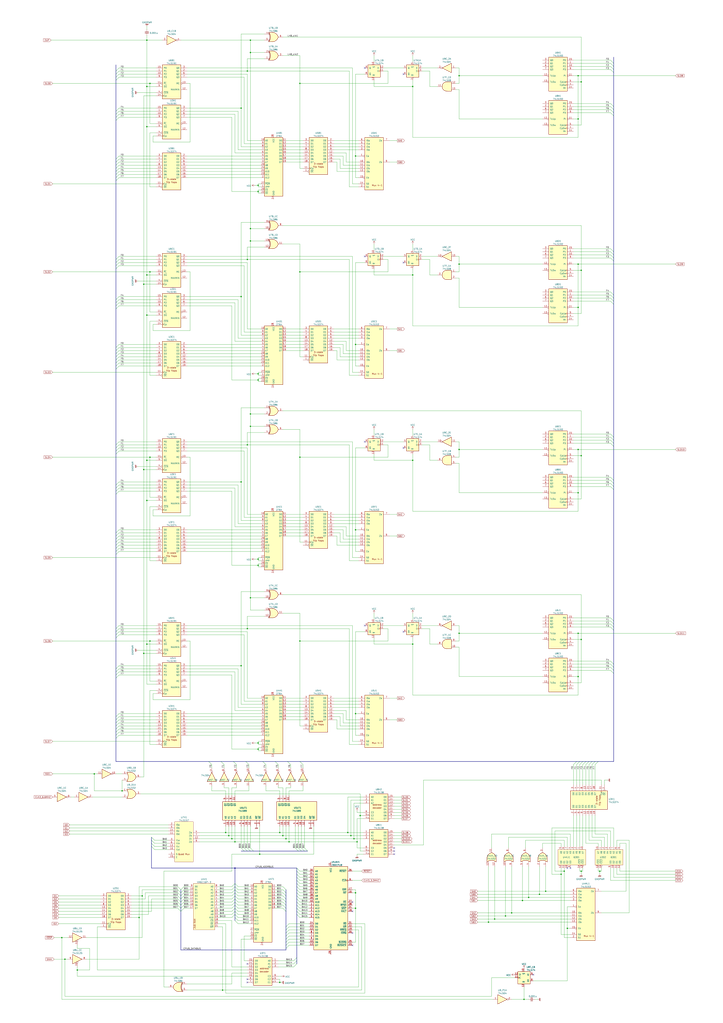
<source format=kicad_sch>
(kicad_sch (version 20230121) (generator eeschema)
  (paper "A1" portrait)
  (title_block (title "EXERION") (rev "A0") (company "JALECO EX-8315") (comment 1 "MADE IN JAPAN") (comment 2 "TRANSCRIBED BY ANTON GALE"))
  (junction (at 293.37 692.15))
  (junction (at 198.12 88.9))
  (junction (at 377.19 217.17))
  (junction (at 474.98 405.13))
  (junction (at 123.19 223.52))
  (junction (at 377.19 520.7))
  (junction (at 292.1 283.21))
  (junction (at 246.38 375.92))
  (junction (at 120.65 378.46))
  (junction (at 477.52 222.25))
  (junction (at 477.52 716.28))
  (junction (at 474.98 217.17))
  (junction (at 232.41 687.07))
  (junction (at 120.65 33.02))
  (junction (at 295.91 670.56))
  (junction (at 120.65 259.08))
  (junction (at 187.96 687.07))
  (junction (at 406.4 755.65))
  (junction (at 185.42 684.53))
  (junction (at 415.29 753.11))
  (junction (at 205.74 340.36))
  (junction (at 193.04 692.15))
  (junction (at 474.98 520.7))
  (junction (at 212.09 459.74))
  (junction (at 120.65 71.12))
  (junction (at 120.65 529.59))
  (junction (at 193.04 713.74))
  (junction (at 474.98 369.57))
  (junction (at 237.49 692.15))
  (junction (at 213.36 702.31))
  (junction (at 198.12 243.84))
  (junction (at 116.84 736.6))
  (junction (at 339.09 378.46))
  (junction (at 477.52 525.78))
  (junction (at 120.65 226.06))
  (junction (at 77.47 636.27))
  (junction (at 120.65 104.14))
  (junction (at 290.83 689.61))
  (junction (at 474.98 556.26))
  (junction (at 205.74 43.18))
  (junction (at 203.2 58.42))
  (junction (at 401.32 758.19))
  (junction (at 212.09 157.48))
  (junction (at 246.38 223.52))
  (junction (at 420.37 750.57))
  (junction (at 463.55 716.28))
  (junction (at 205.74 187.96))
  (junction (at 477.52 67.31))
  (junction (at 198.12 547.37))
  (junction (at 434.34 737.87))
  (junction (at 53.34 788.67))
  (junction (at 339.09 529.59))
  (junction (at 123.19 527.05))
  (junction (at 377.19 369.57))
  (junction (at 448.31 732.79))
  (junction (at 123.19 375.92))
  (junction (at 292.1 128.27))
  (junction (at 120.65 411.48))
  (junction (at 118.11 537.21))
  (junction (at 212.09 615.95))
  (junction (at 182.88 814.07))
  (junction (at 190.5 689.61))
  (junction (at 339.09 226.06))
  (junction (at 292.1 734.06))
  (junction (at 205.74 198.12))
  (junction (at 205.74 350.52))
  (junction (at 246.38 68.58))
  (junction (at 203.2 213.36))
  (junction (at 198.12 396.24))
  (junction (at 118.11 233.68))
  (junction (at 203.2 365.76))
  (junction (at 430.53 821.69))
  (junction (at 205.74 33.02))
  (junction (at 339.09 71.12))
  (junction (at 292.1 435.61))
  (junction (at 203.2 516.89))
  (junction (at 100.33 650.24))
  (junction (at 63.5 797.56))
  (junction (at 229.87 807.72))
  (junction (at 477.52 374.65))
  (junction (at 466.09 763.27))
  (junction (at 50.8 770.89))
  (junction (at 285.75 684.53))
  (junction (at 212.09 610.87))
  (junction (at 205.74 491.49))
  (junction (at 229.87 684.53))
  (junction (at 461.01 718.82))
  (junction (at 212.09 152.4))
  (junction (at 234.95 689.61))
  (junction (at 474.98 252.73))
  (junction (at 118.11 386.08))
  (junction (at 377.19 62.23))
  (junction (at 292.1 746.76))
  (junction (at 292.1 586.74))
  (junction (at 212.09 312.42))
  (junction (at 123.19 68.58))
  (junction (at 443.23 735.33))
  (junction (at 474.98 97.79))
  (junction (at 246.38 527.05))
  (junction (at 429.26 740.41))
  (junction (at 492.76 716.28))
  (junction (at 288.29 687.07))
  (junction (at 212.09 464.82))
  (junction (at 474.98 62.23))
  (junction (at 212.09 307.34))
  (junction (at 114.3 754.38))
  (no_connect (at 331.47 519.43))
  (no_connect (at 299.72 514.35))
  (no_connect (at 468.63 713.74))
  (no_connect (at 466.09 713.74))
  (no_connect (at 289.56 741.68))
  (no_connect (at 289.56 749.3))
  (no_connect (at 289.56 777.24))
  (no_connect (at 289.56 767.08))
  (no_connect (at -285.75 504.19))
  (no_connect (at -397.51 340.36))
  (no_connect (at -374.65 434.34))
  (no_connect (at 438.15 801.37))
  (no_connect (at 299.72 363.22))
  (no_connect (at 299.72 210.82))
  (no_connect (at 323.85 699.77))
  (no_connect (at 323.85 697.23))
  (no_connect (at 323.85 702.31))
  (no_connect (at 331.47 215.9))
  (no_connect (at 203.2 792.48))
  (no_connect (at 203.2 807.72))
  (no_connect (at 203.2 805.18))
  (no_connect (at 331.47 60.96))
  (no_connect (at 299.72 55.88))
  (no_connect (at 331.47 368.3))
  (bus_entry (at 97.79 300.99) (size -2.54 2.54))
  (bus_entry (at 97.79 135.89) (size -2.54 2.54))
  (bus_entry (at 200.66 699.77) (size -2.54 -2.54))
  (bus_entry (at 97.79 251.46) (size -2.54 2.54))
  (bus_entry (at 243.84 792.48) (size -2.54 2.54))
  (bus_entry (at 193.04 734.06) (size -2.54 2.54))
  (bus_entry (at 234.95 762) (size 2.54 -2.54))
  (bus_entry (at 97.79 519.43) (size -2.54 2.54))
  (bus_entry (at 97.79 516.89) (size -2.54 2.54))
  (bus_entry (at 193.04 751.84) (size 2.54 2.54))
  (bus_entry (at 243.84 731.52) (size 2.54 2.54))
  (bus_entry (at 97.79 445.77) (size -2.54 2.54))
  (bus_entry (at 193.04 728.98) (size -2.54 2.54))
  (bus_entry (at 215.9 626.11) (size 2.54 2.54))
  (bus_entry (at 501.65 397.51) (size 2.54 2.54))
  (bus_entry (at 501.65 240.03) (size 2.54 2.54))
  (bus_entry (at 97.79 589.28) (size -2.54 2.54))
  (bus_entry (at 245.11 699.77) (size -2.54 -2.54))
  (bus_entry (at 97.79 398.78) (size -2.54 2.54))
  (bus_entry (at 148.59 736.6) (size -2.54 -2.54))
  (bus_entry (at 97.79 435.61) (size -2.54 2.54))
  (bus_entry (at 148.59 736.6) (size 2.54 -2.54))
  (bus_entry (at 483.87 628.65) (size 2.54 -2.54))
  (bus_entry (at 234.95 769.62) (size 2.54 -2.54))
  (bus_entry (at 97.79 88.9) (size -2.54 2.54))
  (bus_entry (at 247.65 699.77) (size -2.54 -2.54))
  (bus_entry (at 97.79 368.3) (size -2.54 2.54))
  (bus_entry (at 243.84 723.9) (size 2.54 2.54))
  (bus_entry (at 193.04 739.14) (size 2.54 2.54))
  (bus_entry (at 501.65 400.05) (size 2.54 2.54))
  (bus_entry (at 234.95 746.76) (size -2.54 -2.54))
  (bus_entry (at 97.79 443.23) (size -2.54 2.54))
  (bus_entry (at 234.95 736.6) (size -2.54 -2.54))
  (bus_entry (at 243.84 744.22) (size 2.54 2.54))
  (bus_entry (at 97.79 547.37) (size -2.54 2.54))
  (bus_entry (at 148.59 731.52) (size 2.54 -2.54))
  (bus_entry (at 193.04 741.68) (size 2.54 2.54))
  (bus_entry (at 501.65 546.1) (size 2.54 2.54))
  (bus_entry (at 478.79 628.65) (size 2.54 -2.54))
  (bus_entry (at 97.79 248.92) (size -2.54 2.54))
  (bus_entry (at 97.79 298.45) (size -2.54 2.54))
  (bus_entry (at 97.79 293.37) (size -2.54 2.54))
  (bus_entry (at 234.95 739.14) (size -2.54 -2.54))
  (bus_entry (at 97.79 283.21) (size -2.54 2.54))
  (bus_entry (at 243.84 736.6) (size 2.54 2.54))
  (bus_entry (at 246.38 626.11) (size 2.54 2.54))
  (bus_entry (at 148.59 746.76) (size 2.54 -2.54))
  (bus_entry (at 486.41 628.65) (size 2.54 -2.54))
  (bus_entry (at 97.79 96.52) (size -2.54 2.54))
  (bus_entry (at 97.79 514.35) (size -2.54 2.54))
  (bus_entry (at 501.65 364.49) (size 2.54 2.54))
  (bus_entry (at 97.79 586.74) (size -2.54 2.54))
  (bus_entry (at 97.79 591.82) (size -2.54 2.54))
  (bus_entry (at 481.33 628.65) (size 2.54 -2.54))
  (bus_entry (at 243.84 739.14) (size 2.54 2.54))
  (bus_entry (at 501.65 551.18) (size 2.54 2.54))
  (bus_entry (at 193.04 744.22) (size 2.54 2.54))
  (bus_entry (at 501.65 87.63) (size 2.54 2.54))
  (bus_entry (at 193.04 744.22) (size -2.54 2.54))
  (bus_entry (at 97.79 146.05) (size -2.54 2.54))
  (bus_entry (at 97.79 93.98) (size -2.54 2.54))
  (bus_entry (at 501.65 212.09) (size 2.54 2.54))
  (bus_entry (at 148.59 744.22) (size -2.54 -2.54))
  (bus_entry (at 193.04 726.44) (size -2.54 2.54))
  (bus_entry (at 226.06 626.11) (size 2.54 2.54))
  (bus_entry (at 97.79 285.75) (size -2.54 2.54))
  (bus_entry (at 97.79 213.36) (size -2.54 2.54))
  (bus_entry (at 124.46 690.88) (size 2.54 2.54))
  (bus_entry (at 501.65 247.65) (size 2.54 2.54))
  (bus_entry (at 148.59 739.14) (size 2.54 -2.54))
  (bus_entry (at 193.04 741.68) (size -2.54 2.54))
  (bus_entry (at 97.79 601.98) (size -2.54 2.54))
  (bus_entry (at 236.22 626.11) (size 2.54 2.54))
  (bus_entry (at 193.04 734.06) (size 2.54 2.54))
  (bus_entry (at 234.95 764.54) (size 2.54 -2.54))
  (bus_entry (at 243.84 726.44) (size 2.54 2.54))
  (bus_entry (at 234.95 734.06) (size -2.54 -2.54))
  (bus_entry (at 193.04 728.98) (size 2.54 2.54))
  (bus_entry (at 193.04 749.3) (size -2.54 2.54))
  (bus_entry (at 501.65 515.62) (size 2.54 2.54))
  (bus_entry (at 97.79 450.85) (size -2.54 2.54))
  (bus_entry (at 148.59 739.14) (size -2.54 -2.54))
  (bus_entry (at 234.95 774.7) (size 2.54 -2.54))
  (bus_entry (at 97.79 246.38) (size -2.54 2.54))
  (bus_entry (at 97.79 554.99) (size -2.54 2.54))
  (bus_entry (at 97.79 594.36) (size -2.54 2.54))
  (bus_entry (at 148.59 741.68) (size -2.54 -2.54))
  (bus_entry (at 124.46 688.34) (size 2.54 2.54))
  (bus_entry (at 501.65 548.64) (size 2.54 2.54))
  (bus_entry (at 243.84 787.4) (size -2.54 2.54))
  (bus_entry (at 243.84 716.28) (size 2.54 2.54))
  (bus_entry (at 148.59 749.3) (size -2.54 -2.54))
  (bus_entry (at 208.28 699.77) (size -2.54 -2.54))
  (bus_entry (at 97.79 396.24) (size -2.54 2.54))
  (bus_entry (at 243.84 728.98) (size 2.54 2.54))
  (bus_entry (at 193.04 739.14) (size -2.54 2.54))
  (bus_entry (at 501.65 356.87) (size 2.54 2.54))
  (bus_entry (at 124.46 695.96) (size 2.54 2.54))
  (bus_entry (at 97.79 604.52) (size -2.54 2.54))
  (bus_entry (at 97.79 549.91) (size -2.54 2.54))
  (bus_entry (at 488.95 628.65) (size 2.54 -2.54))
  (bus_entry (at 97.79 55.88) (size -2.54 2.54))
  (bus_entry (at 97.79 58.42) (size -2.54 2.54))
  (bus_entry (at 97.79 63.5) (size -2.54 2.54))
  (bus_entry (at 97.79 60.96) (size -2.54 2.54))
  (bus_entry (at 193.04 749.3) (size 2.54 2.54))
  (bus_entry (at 97.79 599.44) (size -2.54 2.54))
  (bus_entry (at 501.65 392.43) (size 2.54 2.54))
  (bus_entry (at 171.45 626.11) (size 2.54 2.54))
  (bus_entry (at 191.77 626.11) (size 2.54 2.54))
  (bus_entry (at 201.93 626.11) (size 2.54 2.54))
  (bus_entry (at 181.61 626.11) (size 2.54 2.54))
  (bus_entry (at 501.65 90.17) (size 2.54 2.54))
  (bus_entry (at 501.65 508) (size 2.54 2.54))
  (bus_entry (at 148.59 746.76) (size -2.54 -2.54))
  (bus_entry (at 97.79 215.9) (size -2.54 2.54))
  (bus_entry (at 501.65 245.11) (size 2.54 2.54))
  (bus_entry (at 97.79 295.91) (size -2.54 2.54))
  (bus_entry (at 234.95 779.78) (size 2.54 -2.54))
  (bus_entry (at 234.95 744.22) (size -2.54 -2.54))
  (bus_entry (at 193.04 731.52) (size 2.54 2.54))
  (bus_entry (at 97.79 128.27) (size -2.54 2.54))
  (bus_entry (at 243.84 734.06) (size 2.54 2.54))
  (bus_entry (at 501.65 52.07) (size 2.54 2.54))
  (bus_entry (at 97.79 210.82) (size -2.54 2.54))
  (bus_entry (at 243.84 789.94) (size -2.54 2.54))
  (bus_entry (at 203.2 699.77) (size -2.54 -2.54))
  (bus_entry (at 97.79 448.31) (size -2.54 2.54))
  (bus_entry (at 97.79 288.29) (size -2.54 2.54))
  (bus_entry (at 97.79 552.45) (size -2.54 2.54))
  (bus_entry (at 97.79 363.22) (size -2.54 2.54))
  (bus_entry (at 501.65 85.09) (size 2.54 2.54))
  (bus_entry (at 97.79 130.81) (size -2.54 2.54))
  (bus_entry (at 193.04 756.92) (size 2.54 2.54))
  (bus_entry (at 243.84 718.82) (size 2.54 2.54))
  (bus_entry (at 193.04 751.84) (size -2.54 2.54))
  (bus_entry (at 476.25 628.65) (size 2.54 -2.54))
  (bus_entry (at 243.84 751.84) (size 2.54 2.54))
  (bus_entry (at 97.79 370.84) (size -2.54 2.54))
  (bus_entry (at 97.79 596.9) (size -2.54 2.54))
  (bus_entry (at 501.65 510.54) (size 2.54 2.54))
  (bus_entry (at 501.65 92.71) (size 2.54 2.54))
  (bus_entry (at 234.95 749.3) (size -2.54 -2.54))
  (bus_entry (at 501.65 57.15) (size 2.54 2.54))
  (bus_entry (at 193.04 746.76) (size 2.54 2.54))
  (bus_entry (at 148.59 741.68) (size 2.54 -2.54))
  (bus_entry (at 234.95 767.08) (size 2.54 -2.54))
  (bus_entry (at 501.65 54.61) (size 2.54 2.54))
  (bus_entry (at 205.74 699.77) (size -2.54 -2.54))
  (bus_entry (at 234.95 772.16) (size 2.54 -2.54))
  (bus_entry (at 97.79 143.51) (size -2.54 2.54))
  (bus_entry (at 501.65 204.47) (size 2.54 2.54))
  (bus_entry (at 501.65 242.57) (size 2.54 2.54))
  (bus_entry (at 97.79 365.76) (size -2.54 2.54))
  (bus_entry (at 243.84 746.76) (size 2.54 2.54))
  (bus_entry (at 97.79 438.15) (size -2.54 2.54))
  (bus_entry (at 97.79 453.39) (size -2.54 2.54))
  (bus_entry (at 243.84 713.74) (size 2.54 2.54))
  (bus_entry (at 193.04 736.6) (size 2.54 2.54))
  (bus_entry (at 148.59 731.52) (size -2.54 -2.54))
  (bus_entry (at 148.59 734.06) (size 2.54 -2.54))
  (bus_entry (at 234.95 741.68) (size -2.54 -2.54))
  (bus_entry (at 234.95 777.24) (size 2.54 -2.54))
  (bus_entry (at 193.04 726.44) (size 2.54 2.54))
  (bus_entry (at 501.65 513.08) (size 2.54 2.54))
  (bus_entry (at 97.79 218.44) (size -2.54 2.54))
  (bus_entry (at 97.79 140.97) (size -2.54 2.54))
  (bus_entry (at 193.04 736.6) (size -2.54 2.54))
  (bus_entry (at 148.59 734.06) (size -2.54 -2.54))
  (bus_entry (at 97.79 243.84) (size -2.54 2.54))
  (bus_entry (at 97.79 290.83) (size -2.54 2.54))
  (bus_entry (at 97.79 133.35) (size -2.54 2.54))
  (bus_entry (at 243.84 721.36) (size 2.54 2.54))
  (bus_entry (at 501.65 209.55) (size 2.54 2.54))
  (bus_entry (at 97.79 440.69) (size -2.54 2.54))
  (bus_entry (at 97.79 521.97) (size -2.54 2.54))
  (bus_entry (at 501.65 49.53) (size 2.54 2.54))
  (bus_entry (at 501.65 543.56) (size 2.54 2.54))
  (bus_entry (at 471.17 628.65) (size 2.54 -2.54))
  (bus_entry (at 501.65 207.01) (size 2.54 2.54))
  (bus_entry (at 193.04 754.38) (size 2.54 2.54))
  (bus_entry (at 97.79 91.44) (size -2.54 2.54))
  (bus_entry (at 148.59 744.22) (size 2.54 -2.54))
  (bus_entry (at 97.79 403.86) (size -2.54 2.54))
  (bus_entry (at 193.04 731.52) (size -2.54 2.54))
  (bus_entry (at 252.73 699.77) (size -2.54 -2.54))
  (bus_entry (at 97.79 401.32) (size -2.54 2.54))
  (bus_entry (at 243.84 741.68) (size 2.54 2.54))
  (bus_entry (at 501.65 394.97) (size 2.54 2.54))
  (bus_entry (at 501.65 361.95) (size 2.54 2.54))
  (bus_entry (at 243.84 749.3) (size 2.54 2.54))
  (bus_entry (at 124.46 693.42) (size 2.54 2.54))
  (bus_entry (at 97.79 138.43) (size -2.54 2.54))
  (bus_entry (at 501.65 359.41) (size 2.54 2.54))
  (bus_entry (at 234.95 731.52) (size -2.54 -2.54))
  (bus_entry (at 193.04 746.76) (size -2.54 2.54))
  (bus_entry (at 148.59 749.3) (size 2.54 -2.54))
  (bus_entry (at 473.71 628.65) (size 2.54 -2.54))
  (bus_entry (at 250.19 699.77) (size -2.54 -2.54))
  (bus (pts (xy 95.25 401.32) (xy 95.25 403.86)))
  (wire (pts (xy 471.17 217.17) (xy 474.98 217.17)))
  (wire (pts (xy 205.74 350.52) (xy 205.74 491.49)))
  (wire (pts (xy 121.92 751.84) (xy 121.92 736.6)))
  (wire (pts (xy 97.79 300.99) (xy 128.27 300.99)))
  (wire (pts (xy 153.67 370.84) (xy 200.66 370.84)))
  (wire (pts (xy 97.79 368.3) (xy 128.27 368.3)))
  (wire (pts (xy 238.76 646.43) (xy 238.76 647.7)))
  (wire (pts (xy 217.17 340.36) (xy 205.74 340.36)))
  (wire (pts (xy 287.02 612.14) (xy 287.02 516.89)))
  (wire (pts (xy 237.49 692.15) (xy 193.04 692.15)))
  (wire (pts (xy 292.1 60.96) (xy 292.1 128.27)))
  (bus (pts (xy 193.04 741.68) (xy 193.04 744.22)))
  (bus (pts (xy 193.04 736.6) (xy 193.04 739.14)))
  (wire (pts (xy 287.02 461.01) (xy 287.02 365.76)))
  (wire (pts (xy 474.98 369.57) (xy 474.98 405.13)))
  (wire (pts (xy 190.5 654.05) (xy 190.5 647.7)))
  (bus (pts (xy 193.04 713.74) (xy 243.84 713.74)))
  (wire (pts (xy 471.17 410.21) (xy 477.52 410.21)))
  (bus (pts (xy 148.59 736.6) (xy 148.59 734.06)))
  (bus (pts (xy 226.06 626.11) (xy 236.22 626.11)))
  (wire (pts (xy 134.62 716.28) (xy 190.5 716.28)))
  (bus (pts (xy 95.25 599.44) (xy 95.25 601.98)))
  (wire (pts (xy 501.65 551.18) (xy 471.17 551.18)))
  (wire (pts (xy 187.96 654.05) (xy 187.96 647.7)))
  (wire (pts (xy 248.92 628.65) (xy 248.92 631.19)))
  (wire (pts (xy 314.96 363.22) (xy 331.47 363.22)))
  (wire (pts (xy 506.73 690.88) (xy 516.89 690.88)))
  (wire (pts (xy 97.79 370.84) (xy 128.27 370.84)))
  (wire (pts (xy 156.21 527.05) (xy 156.21 575.31)))
  (wire (pts (xy 468.63 685.8) (xy 468.63 695.96)))
  (wire (pts (xy 120.65 562.61) (xy 128.27 562.61)))
  (wire (pts (xy 448.31 732.79) (xy 468.63 732.79)))
  (bus (pts (xy 234.95 779.78) (xy 234.95 781.05)))
  (wire (pts (xy 128.27 101.6) (xy 123.19 101.6)))
  (wire (pts (xy 153.67 285.75) (xy 214.63 285.75)))
  (wire (pts (xy 193.04 650.24) (xy 204.47 650.24)))
  (wire (pts (xy 234.95 123.19) (xy 248.92 123.19)))
  (wire (pts (xy 195.58 278.13) (xy 214.63 278.13)))
  (bus (pts (xy 243.84 731.52) (xy 243.84 734.06)))
  (wire (pts (xy 212.09 151.13) (xy 212.09 152.4)))
  (wire (pts (xy 463.55 690.88) (xy 463.55 695.96)))
  (wire (pts (xy 123.19 264.16) (xy 123.19 308.61)))
  (wire (pts (xy 506.73 718.82) (xy 554.99 718.82)))
  (bus (pts (xy 486.41 626.11) (xy 488.95 626.11)))
  (wire (pts (xy 125.73 419.1) (xy 128.27 419.1)))
  (wire (pts (xy 228.6 795.02) (xy 241.3 795.02)))
  (wire (pts (xy 434.34 737.87) (xy 468.63 737.87)))
  (bus (pts (xy 478.79 626.11) (xy 481.33 626.11)))
  (wire (pts (xy 514.35 732.79) (xy 514.35 693.42)))
  (wire (pts (xy 323.85 694.69) (xy 347.98 694.69)))
  (wire (pts (xy 392.43 735.33) (xy 443.23 735.33)))
  (wire (pts (xy 339.09 200.66) (xy 339.09 205.74)))
  (wire (pts (xy 346.71 365.76) (xy 353.06 365.76)))
  (wire (pts (xy 477.52 374.65) (xy 471.17 374.65)))
  (wire (pts (xy 430.53 811.53) (xy 430.53 821.69)))
  (wire (pts (xy 237.49 777.24) (xy 254 777.24)))
  (wire (pts (xy 195.58 754.38) (xy 205.74 754.38)))
  (wire (pts (xy 234.95 288.29) (xy 248.92 288.29)))
  (wire (pts (xy 292.1 128.27) (xy 294.64 128.27)))
  (wire (pts (xy 289.56 210.82) (xy 289.56 306.07)))
  (wire (pts (xy 218.44 628.65) (xy 218.44 631.19)))
  (wire (pts (xy 120.65 71.12) (xy 120.65 104.14)))
  (bus (pts (xy 95.25 295.91) (xy 95.25 298.45)))
  (wire (pts (xy 494.03 641.35) (xy 347.98 641.35)))
  (wire (pts (xy 246.38 734.06) (xy 254 734.06)))
  (wire (pts (xy 209.55 610.87) (xy 212.09 610.87)))
  (wire (pts (xy 294.64 448.31) (xy 276.86 448.31)))
  (wire (pts (xy 392.43 755.65) (xy 406.4 755.65)))
  (wire (pts (xy 153.67 215.9) (xy 203.2 215.9)))
  (wire (pts (xy 205.74 198.12) (xy 205.74 340.36)))
  (bus (pts (xy 200.66 699.77) (xy 198.12 699.77)))
  (wire (pts (xy 163.83 684.53) (xy 185.42 684.53)))
  (wire (pts (xy 377.19 556.26) (xy 445.77 556.26)))
  (bus (pts (xy 473.71 626.11) (xy 476.25 626.11)))
  (bus (pts (xy 95.25 596.9) (xy 95.25 599.44)))
  (wire (pts (xy 77.47 636.27) (xy 77.47 650.24)))
  (wire (pts (xy 281.94 586.74) (xy 281.94 594.36)))
  (bus (pts (xy 504.19 548.64) (xy 504.19 551.18)))
  (wire (pts (xy 151.13 736.6) (xy 156.21 736.6)))
  (bus (pts (xy 504.19 247.65) (xy 504.19 250.19)))
  (wire (pts (xy 153.67 438.15) (xy 214.63 438.15)))
  (wire (pts (xy 153.67 223.52) (xy 156.21 223.52)))
  (wire (pts (xy 212.09 307.34) (xy 212.09 308.61)))
  (wire (pts (xy 403.86 685.8) (xy 468.63 685.8)))
  (wire (pts (xy 246.38 375.92) (xy 246.38 445.77)))
  (wire (pts (xy 212.09 461.01) (xy 214.63 461.01)))
  (bus (pts (xy 504.19 361.95) (xy 504.19 364.49)))
  (wire (pts (xy 97.79 243.84) (xy 128.27 243.84)))
  (wire (pts (xy 153.67 96.52) (xy 190.5 96.52)))
  (wire (pts (xy 374.65 210.82) (xy 377.19 210.82)))
  (wire (pts (xy 123.19 223.52) (xy 128.27 223.52)))
  (wire (pts (xy 516.89 690.88) (xy 516.89 750.57)))
  (wire (pts (xy 461.01 693.42) (xy 461.01 695.96)))
  (wire (pts (xy 234.95 647.7) (xy 238.76 647.7)))
  (wire (pts (xy 289.56 514.35) (xy 289.56 609.6)))
  (wire (pts (xy 198.12 811.53) (xy 198.12 772.16)))
  (wire (pts (xy 48.26 739.14) (xy 82.55 739.14)))
  (wire (pts (xy 198.12 772.16) (xy 205.74 772.16)))
  (wire (pts (xy 118.11 78.74) (xy 118.11 233.68)))
  (wire (pts (xy 471.17 628.65) (xy 471.17 645.16)))
  (bus (pts (xy 483.87 626.11) (xy 486.41 626.11)))
  (wire (pts (xy 97.79 143.51) (xy 128.27 143.51)))
  (bus (pts (xy 504.19 402.59) (xy 504.19 510.54)))
  (wire (pts (xy 128.27 560.07) (xy 123.19 560.07)))
  (wire (pts (xy 153.67 298.45) (xy 214.63 298.45)))
  (wire (pts (xy 481.33 628.65) (xy 481.33 645.16)))
  (wire (pts (xy 347.98 641.35) (xy 347.98 694.69)))
  (wire (pts (xy 153.67 552.45) (xy 193.04 552.45)))
  (wire (pts (xy 217.17 187.96) (xy 205.74 187.96)))
  (wire (pts (xy 491.49 713.74) (xy 491.49 716.28)))
  (wire (pts (xy 477.52 257.81) (xy 477.52 222.25)))
  (wire (pts (xy 228.6 628.65) (xy 228.6 631.19)))
  (wire (pts (xy 205.74 33.02) (xy 205.74 43.18)))
  (wire (pts (xy 377.19 369.57) (xy 377.19 375.92)))
  (bus (pts (xy 95.25 220.98) (xy 95.25 246.38)))
  (bus (pts (xy 148.59 746.76) (xy 148.59 744.22)))
  (wire (pts (xy 289.56 363.22) (xy 289.56 458.47)))
  (wire (pts (xy 97.79 295.91) (xy 128.27 295.91)))
  (wire (pts (xy 237.49 774.7) (xy 254 774.7)))
  (bus (pts (xy 504.19 551.18) (xy 504.19 553.72)))
  (wire (pts (xy 153.67 591.82) (xy 214.63 591.82)))
  (wire (pts (xy 234.95 280.67) (xy 248.92 280.67)))
  (wire (pts (xy 200.66 576.58) (xy 214.63 576.58)))
  (wire (pts (xy 234.95 118.11) (xy 248.92 118.11)))
  (wire (pts (xy 377.19 73.66) (xy 377.19 97.79)))
  (wire (pts (xy 294.64 461.01) (xy 287.02 461.01)))
  (bus (pts (xy 95.25 591.82) (xy 95.25 594.36)))
  (wire (pts (xy 307.34 200.66) (xy 307.34 205.74)))
  (wire (pts (xy 234.95 120.65) (xy 248.92 120.65)))
  (wire (pts (xy 501.65 245.11) (xy 471.17 245.11)))
  (wire (pts (xy 246.38 504.19) (xy 246.38 527.05)))
  (wire (pts (xy 466.09 806.45) (xy 438.15 806.45)))
  (wire (pts (xy 107.95 739.14) (xy 119.38 739.14)))
  (wire (pts (xy 290.83 689.61) (xy 290.83 660.4)))
  (wire (pts (xy 212.09 464.82) (xy 212.09 466.09)))
  (wire (pts (xy 476.25 670.56) (xy 476.25 695.96)))
  (wire (pts (xy 234.95 586.74) (xy 248.92 586.74)))
  (wire (pts (xy 274.32 584.2) (xy 284.48 584.2)))
  (wire (pts (xy 209.55 307.34) (xy 212.09 307.34)))
  (wire (pts (xy 514.35 693.42) (xy 509.27 693.42)))
  (wire (pts (xy 445.77 693.42) (xy 461.01 693.42)))
  (wire (pts (xy 307.34 353.06) (xy 307.34 358.14)))
  (wire (pts (xy 120.65 529.59) (xy 120.65 562.61)))
  (wire (pts (xy 506.73 695.96) (xy 506.73 690.88)))
  (wire (pts (xy 293.37 692.15) (xy 293.37 697.23)))
  (wire (pts (xy 203.2 802.64) (xy 63.5 802.64)))
  (wire (pts (xy 200.66 118.11) (xy 214.63 118.11)))
  (wire (pts (xy 237.49 762) (xy 254 762)))
  (wire (pts (xy 97.79 285.75) (xy 128.27 285.75)))
  (wire (pts (xy 415.29 753.11) (xy 468.63 753.11)))
  (wire (pts (xy 58.42 655.32) (xy 60.96 655.32)))
  (wire (pts (xy 299.72 759.46) (xy 289.56 759.46)))
  (wire (pts (xy 289.56 762) (xy 297.18 762)))
  (wire (pts (xy 374.65 363.22) (xy 377.19 363.22)))
  (bus (pts (xy 504.19 59.69) (xy 504.19 87.63)))
  (bus (pts (xy 193.04 731.52) (xy 193.04 734.06)))
  (wire (pts (xy 477.52 410.21) (xy 477.52 374.65)))
  (wire (pts (xy 229.87 684.53) (xy 185.42 684.53)))
  (wire (pts (xy 200.66 521.97) (xy 200.66 576.58)))
  (bus (pts (xy 504.19 250.19) (xy 504.19 359.41)))
  (wire (pts (xy 48.26 736.6) (xy 82.55 736.6)))
  (wire (pts (xy 190.5 746.76) (xy 179.07 746.76)))
  (wire (pts (xy 377.19 228.6) (xy 377.19 252.73)))
  (wire (pts (xy 203.2 574.04) (xy 214.63 574.04)))
  (wire (pts (xy 151.13 746.76) (xy 156.21 746.76)))
  (wire (pts (xy 193.04 654.05) (xy 193.04 650.24)))
  (bus (pts (xy 95.25 445.77) (xy 95.25 448.31)))
  (wire (pts (xy 281.94 135.89) (xy 294.64 135.89)))
  (wire (pts (xy 474.98 217.17) (xy 474.98 252.73)))
  (bus (pts (xy 95.25 607.06) (xy 95.25 626.11)))
  (bus (pts (xy 504.19 92.71) (xy 504.19 95.25)))
  (wire (pts (xy 203.2 203.2) (xy 217.17 203.2)))
  (wire (pts (xy 276.86 133.35) (xy 274.32 133.35)))
  (bus (pts (xy 504.19 513.08) (xy 504.19 515.62)))
  (wire (pts (xy 190.5 734.06) (xy 179.07 734.06)))
  (wire (pts (xy 200.66 425.45) (xy 214.63 425.45)))
  (wire (pts (xy 294.64 295.91) (xy 276.86 295.91)))
  (wire (pts (xy 120.65 411.48) (xy 128.27 411.48)))
  (wire (pts (xy 374.65 381) (xy 377.19 381)))
  (bus (pts (xy 95.25 521.97) (xy 95.25 524.51)))
  (wire (pts (xy 97.79 403.86) (xy 128.27 403.86)))
  (wire (pts (xy 237.49 767.08) (xy 254 767.08)))
  (wire (pts (xy 212.09 610.87) (xy 212.09 612.14)))
  (wire (pts (xy 246.38 223.52) (xy 246.38 293.37)))
  (wire (pts (xy 203.2 800.1) (xy 190.5 800.1)))
  (wire (pts (xy 128.27 226.06) (xy 120.65 226.06)))
  (bus (pts (xy 124.46 693.42) (xy 124.46 695.96)))
  (wire (pts (xy 307.34 226.06) (xy 339.09 226.06)))
  (wire (pts (xy 203.2 797.56) (xy 80.01 797.56)))
  (wire (pts (xy 294.64 604.52) (xy 292.1 604.52)))
  (wire (pts (xy 234.95 115.57) (xy 248.92 115.57)))
  (wire (pts (xy 228.6 792.48) (xy 241.3 792.48)))
  (wire (pts (xy 97.79 396.24) (xy 128.27 396.24)))
  (wire (pts (xy 234.95 574.04) (xy 248.92 574.04)))
  (wire (pts (xy 212.09 312.42) (xy 212.09 313.69)))
  (wire (pts (xy 289.56 458.47) (xy 294.64 458.47)))
  (wire (pts (xy 276.86 288.29) (xy 274.32 288.29)))
  (wire (pts (xy 434.34 712.47) (xy 434.34 737.87)))
  (bus (pts (xy 243.84 739.14) (xy 243.84 741.68)))
  (bus (pts (xy 234.95 736.6) (xy 234.95 739.14)))
  (wire (pts (xy 246.38 718.82) (xy 254 718.82)))
  (wire (pts (xy 63.5 797.56) (xy 63.5 795.02)))
  (wire (pts (xy 455.93 716.28) (xy 463.55 716.28)))
  (wire (pts (xy 314.96 213.36) (xy 318.77 213.36)))
  (bus (pts (xy 95.25 251.46) (xy 95.25 254)))
  (bus (pts (xy 246.38 626.11) (xy 473.71 626.11)))
  (wire (pts (xy 128.27 109.22) (xy 123.19 109.22)))
  (wire (pts (xy 501.65 683.26) (xy 455.93 683.26)))
  (wire (pts (xy 80.01 797.56) (xy 80.01 762)))
  (wire (pts (xy 128.27 233.68) (xy 118.11 233.68)))
  (bus (pts (xy 250.19 699.77) (xy 247.65 699.77)))
  (bus (pts (xy 95.25 516.89) (xy 95.25 519.43)))
  (wire (pts (xy 187.96 687.07) (xy 187.96 679.45)))
  (bus (pts (xy 504.19 209.55) (xy 504.19 212.09)))
  (wire (pts (xy 153.67 445.77) (xy 214.63 445.77)))
  (wire (pts (xy 193.04 433.07) (xy 214.63 433.07)))
  (wire (pts (xy 209.55 459.74) (xy 212.09 459.74)))
  (wire (pts (xy 292.1 774.7) (xy 289.56 774.7)))
  (bus (pts (xy 243.84 723.9) (xy 243.84 726.44)))
  (bus (pts (xy 245.11 699.77) (xy 208.28 699.77)))
  (wire (pts (xy 339.09 504.19) (xy 339.09 509.27)))
  (wire (pts (xy 377.19 210.82) (xy 377.19 217.17)))
  (wire (pts (xy 314.96 58.42) (xy 318.77 58.42)))
  (wire (pts (xy 232.41 679.45) (xy 232.41 687.07)))
  (wire (pts (xy 274.32 130.81) (xy 279.4 130.81)))
  (wire (pts (xy 107.95 754.38) (xy 114.3 754.38)))
  (bus (pts (xy 95.25 594.36) (xy 95.25 596.9)))
  (wire (pts (xy 190.5 744.22) (xy 179.07 744.22)))
  (wire (pts (xy 116.84 770.89) (xy 116.84 736.6)))
  (bus (pts (xy 95.25 293.37) (xy 95.25 295.91)))
  (wire (pts (xy 287.02 516.89) (xy 203.2 516.89)))
  (wire (pts (xy 281.94 435.61) (xy 281.94 443.23)))
  (wire (pts (xy 279.4 285.75) (xy 279.4 293.37)))
  (wire (pts (xy 97.79 552.45) (xy 128.27 552.45)))
  (wire (pts (xy 494.03 690.88) (xy 494.03 695.96)))
  (wire (pts (xy 246.38 739.14) (xy 254 739.14)))
  (wire (pts (xy 248.92 596.9) (xy 246.38 596.9)))
  (bus (pts (xy 95.25 519.43) (xy 95.25 521.97)))
  (wire (pts (xy 97.79 521.97) (xy 128.27 521.97)))
  (wire (pts (xy 392.43 732.79) (xy 448.31 732.79)))
  (wire (pts (xy 190.5 615.95) (xy 212.09 615.95)))
  (bus (pts (xy 234.95 774.7) (xy 234.95 772.16)))
  (bus (pts (xy 193.04 751.84) (xy 193.04 754.38)))
  (wire (pts (xy 123.19 375.92) (xy 128.27 375.92)))
  (wire (pts (xy 346.71 58.42) (xy 353.06 58.42)))
  (wire (pts (xy 153.67 130.81) (xy 214.63 130.81)))
  (wire (pts (xy 234.95 278.13) (xy 248.92 278.13)))
  (wire (pts (xy 448.31 712.47) (xy 448.31 732.79)))
  (wire (pts (xy 292.1 283.21) (xy 294.64 283.21)))
  (wire (pts (xy 339.09 267.97) (xy 474.98 267.97)))
  (wire (pts (xy 153.67 210.82) (xy 289.56 210.82)))
  (wire (pts (xy 203.2 365.76) (xy 203.2 355.6)))
  (wire (pts (xy 477.52 561.34) (xy 477.52 525.78)))
  (wire (pts (xy 127 690.88) (xy 138.43 690.88)))
  (wire (pts (xy 163.83 692.15) (xy 193.04 692.15)))
  (wire (pts (xy 285.75 684.53) (xy 298.45 684.53)))
  (wire (pts (xy 193.04 552.45) (xy 193.04 584.2)))
  (wire (pts (xy 246.38 723.9) (xy 254 723.9)))
  (wire (pts (xy 323.85 665.48) (xy 330.2 665.48)))
  (wire (pts (xy 486.41 628.65) (xy 486.41 645.16)))
  (wire (pts (xy 289.56 55.88) (xy 289.56 151.13)))
  (wire (pts (xy 120.65 21.59) (xy 120.65 24.13)))
  (wire (pts (xy 246.38 68.58) (xy 246.38 138.43)))
  (bus (pts (xy 243.84 789.94) (xy 243.84 792.48)))
  (wire (pts (xy 292.1 215.9) (xy 299.72 215.9)))
  (wire (pts (xy 307.34 45.72) (xy 307.34 50.8)))
  (bus (pts (xy 95.25 66.04) (xy 95.25 91.44)))
  (wire (pts (xy 307.34 504.19) (xy 307.34 509.27)))
  (wire (pts (xy 153.67 213.36) (xy 203.2 213.36)))
  (wire (pts (xy 486.41 670.56) (xy 486.41 688.34)))
  (wire (pts (xy 214.63 579.12) (xy 198.12 579.12)))
  (wire (pts (xy 229.87 684.53) (xy 285.75 684.53)))
  (wire (pts (xy 76.2 655.32) (xy 100.33 655.32)))
  (wire (pts (xy 292.1 435.61) (xy 294.64 435.61)))
  (wire (pts (xy 293.37 668.02) (xy 293.37 666.75)))
  (wire (pts (xy 97.79 549.91) (xy 128.27 549.91)))
  (bus (pts (xy 481.33 626.11) (xy 483.87 626.11)))
  (wire (pts (xy 190.5 808.99) (xy 153.67 808.99)))
  (bus (pts (xy 215.9 626.11) (xy 226.06 626.11)))
  (wire (pts (xy 212.09 459.74) (xy 212.09 461.01)))
  (wire (pts (xy 232.41 731.52) (xy 226.06 731.52)))
  (wire (pts (xy 115.57 652.78) (xy 295.91 652.78)))
  (wire (pts (xy 153.67 251.46) (xy 190.5 251.46)))
  (wire (pts (xy 392.43 753.11) (xy 415.29 753.11)))
  (wire (pts (xy 153.67 594.36) (xy 214.63 594.36)))
  (wire (pts (xy 392.43 758.19) (xy 401.32 758.19)))
  (wire (pts (xy 234.95 283.21) (xy 248.92 283.21)))
  (wire (pts (xy 123.19 68.58) (xy 128.27 68.58)))
  (wire (pts (xy 107.95 736.6) (xy 116.84 736.6)))
  (wire (pts (xy 97.79 55.88) (xy 128.27 55.88)))
  (wire (pts (xy 499.11 685.8) (xy 499.11 695.96)))
  (wire (pts (xy 53.34 788.67) (xy 53.34 819.15)))
  (wire (pts (xy 50.8 770.89) (xy 55.88 770.89)))
  (wire (pts (xy 473.71 628.65) (xy 473.71 645.16)))
  (bus (pts (xy 95.25 365.76) (xy 95.25 368.3)))
  (wire (pts (xy 392.43 740.41) (xy 429.26 740.41)))
  (wire (pts (xy 120.65 33.02) (xy 120.65 71.12)))
  (bus (pts (xy 193.04 739.14) (xy 193.04 741.68)))
  (bus (pts (xy 208.28 699.77) (xy 205.74 699.77)))
  (wire (pts (xy 494.03 713.74) (xy 494.03 716.28)))
  (bus (pts (xy 95.25 63.5) (xy 95.25 66.04)))
  (wire (pts (xy 234.95 270.51) (xy 248.92 270.51)))
  (wire (pts (xy 153.67 514.35) (xy 289.56 514.35)))
  (wire (pts (xy 279.4 438.15) (xy 279.4 445.77)))
  (wire (pts (xy 200.66 789.94) (xy 203.2 789.94)))
  (wire (pts (xy 463.55 770.89) (xy 468.63 770.89)))
  (wire (pts (xy 287.02 213.36) (xy 203.2 213.36)))
  (wire (pts (xy 212.09 458.47) (xy 212.09 459.74)))
  (wire (pts (xy 246.38 726.44) (xy 254 726.44)))
  (wire (pts (xy 97.79 128.27) (xy 128.27 128.27)))
  (wire (pts (xy 483.87 670.56) (xy 483.87 690.88)))
  (wire (pts (xy 292.1 60.96) (xy 299.72 60.96)))
  (wire (pts (xy 294.64 308.61) (xy 287.02 308.61)))
  (wire (pts (xy 323.85 662.94) (xy 330.2 662.94)))
  (wire (pts (xy 463.55 713.74) (xy 463.55 716.28)))
  (wire (pts (xy 501.65 90.17) (xy 471.17 90.17)))
  (wire (pts (xy 455.93 683.26) (xy 455.93 716.28)))
  (wire (pts (xy 119.38 739.14) (xy 119.38 734.06)))
  (wire (pts (xy 97.79 293.37) (xy 128.27 293.37)))
  (wire (pts (xy 97.79 589.28) (xy 128.27 589.28)))
  (wire (pts (xy 195.58 744.22) (xy 205.74 744.22)))
  (wire (pts (xy 120.65 104.14) (xy 120.65 226.06)))
  (wire (pts (xy 153.67 814.07) (xy 182.88 814.07)))
  (wire (pts (xy 190.5 749.3) (xy 179.07 749.3)))
  (wire (pts (xy 474.98 62.23) (xy 474.98 97.79)))
  (wire (pts (xy 274.32 285.75) (xy 279.4 285.75)))
  (wire (pts (xy 205.74 198.12) (xy 217.17 198.12)))
  (bus (pts (xy 234.95 744.22) (xy 234.95 746.76)))
  (wire (pts (xy 212.09 156.21) (xy 212.09 157.48)))
  (wire (pts (xy 173.99 628.65) (xy 173.99 631.19)))
  (wire (pts (xy 156.21 116.84) (xy 125.73 116.84)))
  (wire (pts (xy 217.17 486.41) (xy 198.12 486.41)))
  (wire (pts (xy 353.06 71.12) (xy 359.41 71.12)))
  (bus (pts (xy 95.25 455.93) (xy 95.25 516.89)))
  (wire (pts (xy 195.58 751.84) (xy 205.74 751.84)))
  (wire (pts (xy 213.36 702.31) (xy 213.36 679.45)))
  (wire (pts (xy 151.13 741.68) (xy 156.21 741.68)))
  (wire (pts (xy 292.1 368.3) (xy 299.72 368.3)))
  (bus (pts (xy 252.73 699.77) (xy 250.19 699.77)))
  (wire (pts (xy 123.19 308.61) (xy 128.27 308.61)))
  (wire (pts (xy 195.58 739.14) (xy 205.74 739.14)))
  (wire (pts (xy 229.87 650.24) (xy 218.44 650.24)))
  (wire (pts (xy 195.58 728.98) (xy 205.74 728.98)))
  (wire (pts (xy 237.49 650.24) (xy 248.92 650.24)))
  (bus (pts (xy 95.25 53.34) (xy 95.25 58.42)))
  (wire (pts (xy 234.95 591.82) (xy 248.92 591.82)))
  (bus (pts (xy 504.19 95.25) (xy 504.19 207.01)))
  (wire (pts (xy 474.98 571.5) (xy 474.98 556.26)))
  (wire (pts (xy 44.45 770.89) (xy 50.8 770.89)))
  (wire (pts (xy 392.43 750.57) (xy 420.37 750.57)))
  (wire (pts (xy 190.5 554.99) (xy 190.5 615.95)))
  (wire (pts (xy 295.91 652.78) (xy 295.91 670.56)))
  (wire (pts (xy 276.86 599.44) (xy 276.86 591.82)))
  (bus (pts (xy 95.25 99.06) (xy 95.25 130.81)))
  (wire (pts (xy 128.27 408.94) (xy 123.19 408.94)))
  (wire (pts (xy 134.62 811.53) (xy 134.62 716.28)))
  (wire (pts (xy 339.09 529.59) (xy 339.09 524.51)))
  (wire (pts (xy 284.48 288.29) (xy 294.64 288.29)))
  (wire (pts (xy 320.04 133.35) (xy 326.39 133.35)))
  (wire (pts (xy 374.65 223.52) (xy 377.19 223.52)))
  (wire (pts (xy 217.17 335.28) (xy 198.12 335.28)))
  (wire (pts (xy 295.91 670.56) (xy 298.45 670.56)))
  (wire (pts (xy 193.04 692.15) (xy 193.04 679.45)))
  (bus (pts (xy 488.95 626.11) (xy 491.49 626.11)))
  (wire (pts (xy 320.04 288.29) (xy 326.39 288.29)))
  (bus (pts (xy 243.84 749.3) (xy 243.84 751.84)))
  (wire (pts (xy 314.96 55.88) (xy 331.47 55.88)))
  (wire (pts (xy 461.01 718.82) (xy 453.39 718.82)))
  (wire (pts (xy 248.92 445.77) (xy 246.38 445.77)))
  (wire (pts (xy 97.79 591.82) (xy 128.27 591.82)))
  (wire (pts (xy 228.6 805.18) (xy 229.87 805.18)))
  (wire (pts (xy 97.79 594.36) (xy 128.27 594.36)))
  (wire (pts (xy 123.19 408.94) (xy 123.19 375.92)))
  (wire (pts (xy 478.79 628.65) (xy 478.79 645.16)))
  (wire (pts (xy 276.86 140.97) (xy 276.86 133.35)))
  (wire (pts (xy 48.26 759.46) (xy 82.55 759.46)))
  (wire (pts (xy 234.95 654.05) (xy 234.95 647.7)))
  (bus (pts (xy 234.95 779.78) (xy 234.95 777.24)))
  (wire (pts (xy 193.04 401.32) (xy 193.04 433.07)))
  (wire (pts (xy 486.41 688.34) (xy 496.57 688.34)))
  (wire (pts (xy 97.79 283.21) (xy 128.27 283.21)))
  (bus (pts (xy 95.25 135.89) (xy 95.25 138.43)))
  (bus (pts (xy 234.95 781.05) (xy 148.59 781.05)))
  (wire (pts (xy 125.73 111.76) (xy 128.27 111.76)))
  (wire (pts (xy 212.09 463.55) (xy 212.09 464.82)))
  (wire (pts (xy 320.04 574.04) (xy 326.39 574.04)))
  (bus (pts (xy 504.19 212.09) (xy 504.19 214.63)))
  (wire (pts (xy 406.4 755.65) (xy 468.63 755.65)))
  (wire (pts (xy 477.52 716.28) (xy 478.79 716.28)))
  (bus (pts (xy 191.77 626.11) (xy 201.93 626.11)))
  (wire (pts (xy 294.64 599.44) (xy 276.86 599.44)))
  (bus (pts (xy 504.19 214.63) (xy 504.19 242.57)))
  (wire (pts (xy 115.57 638.81) (xy 118.11 638.81)))
  (bus (pts (xy 95.25 403.86) (xy 95.25 406.4)))
  (wire (pts (xy 250.19 697.23) (xy 250.19 679.45)))
  (wire (pts (xy 97.79 288.29) (xy 128.27 288.29)))
  (wire (pts (xy 97.79 443.23) (xy 128.27 443.23)))
  (wire (pts (xy 153.67 248.92) (xy 193.04 248.92)))
  (wire (pts (xy 185.42 816.61) (xy 299.72 816.61)))
  (wire (pts (xy 483.87 690.88) (xy 494.03 690.88)))
  (wire (pts (xy 190.5 741.68) (xy 179.07 741.68)))
  (wire (pts (xy 294.64 140.97) (xy 276.86 140.97)))
  (bus (pts (xy 504.19 245.11) (xy 504.19 247.65)))
  (bus (pts (xy 124.46 695.96) (xy 124.46 713.74)))
  (wire (pts (xy 198.12 275.59) (xy 198.12 243.84)))
  (wire (pts (xy 461.01 718.82) (xy 461.01 713.74)))
  (wire (pts (xy 246.38 45.72) (xy 246.38 68.58)))
  (wire (pts (xy 198.12 547.37) (xy 153.67 547.37)))
  (wire (pts (xy 292.1 734.06) (xy 292.1 746.76)))
  (bus (pts (xy 95.25 91.44) (xy 95.25 93.98)))
  (wire (pts (xy 292.1 283.21) (xy 292.1 300.99)))
  (wire (pts (xy 274.32 120.65) (xy 294.64 120.65)))
  (wire (pts (xy 205.74 769.62) (xy 200.66 769.62)))
  (wire (pts (xy 156.21 375.92) (xy 156.21 424.18)))
  (wire (pts (xy 274.32 275.59) (xy 294.64 275.59)))
  (wire (pts (xy 97.79 516.89) (xy 128.27 516.89)))
  (wire (pts (xy 346.71 363.22) (xy 359.41 363.22)))
  (wire (pts (xy 50.8 821.69) (xy 405.13 821.69)))
  (wire (pts (xy 153.67 365.76) (xy 203.2 365.76)))
  (wire (pts (xy 77.47 650.24) (xy 100.33 650.24)))
  (bus (pts (xy 504.19 207.01) (xy 504.19 209.55)))
  (wire (pts (xy 205.74 43.18) (xy 217.17 43.18)))
  (wire (pts (xy 203.2 519.43) (xy 203.2 574.04)))
  (wire (pts (xy 198.12 182.88) (xy 198.12 243.84)))
  (wire (pts (xy 153.67 60.96) (xy 203.2 60.96)))
  (wire (pts (xy 245.11 697.23) (xy 245.11 679.45)))
  (wire (pts (xy 204.47 650.24) (xy 204.47 646.43)))
  (wire (pts (xy 195.58 746.76) (xy 205.74 746.76)))
  (wire (pts (xy 453.39 680.72) (xy 504.19 680.72)))
  (wire (pts (xy 323.85 687.07) (xy 330.2 687.07)))
  (wire (pts (xy 501.65 247.65) (xy 471.17 247.65)))
  (wire (pts (xy 242.57 697.23) (xy 242.57 679.45)))
  (wire (pts (xy 48.26 749.3) (xy 82.55 749.3)))
  (wire (pts (xy 190.5 756.92) (xy 190.5 795.02)))
  (wire (pts (xy 73.66 779.78) (xy 63.5 779.78)))
  (wire (pts (xy 431.8 697.23) (xy 431.8 690.88)))
  (wire (pts (xy 200.66 273.05) (xy 214.63 273.05)))
  (bus (pts (xy 95.25 285.75) (xy 95.25 288.29)))
  (wire (pts (xy 190.5 403.86) (xy 190.5 464.82)))
  (bus (pts (xy 234.95 772.16) (xy 234.95 769.62)))
  (wire (pts (xy 339.09 353.06) (xy 339.09 358.14)))
  (wire (pts (xy 229.87 654.05) (xy 229.87 650.24)))
  (wire (pts (xy 318.77 375.92) (xy 246.38 375.92)))
  (wire (pts (xy 461.01 768.35) (xy 461.01 718.82)))
  (wire (pts (xy 193.04 248.92) (xy 193.04 280.67)))
  (wire (pts (xy 120.65 29.21) (xy 120.65 33.02)))
  (wire (pts (xy 478.79 670.56) (xy 478.79 695.96)))
  (wire (pts (xy 153.67 450.85) (xy 214.63 450.85)))
  (wire (pts (xy 118.11 386.08) (xy 118.11 537.21)))
  (wire (pts (xy 214.63 151.13) (xy 212.09 151.13)))
  (bus (pts (xy 201.93 626.11) (xy 215.9 626.11)))
  (wire (pts (xy 203.2 60.96) (xy 203.2 115.57)))
  (wire (pts (xy 476.25 628.65) (xy 476.25 645.16)))
  (wire (pts (xy 289.56 731.52) (xy 292.1 731.52)))
  (wire (pts (xy 193.04 125.73) (xy 214.63 125.73)))
  (wire (pts (xy 153.67 453.39) (xy 214.63 453.39)))
  (wire (pts (xy 274.32 115.57) (xy 294.64 115.57)))
  (wire (pts (xy 234.95 433.07) (xy 248.92 433.07)))
  (wire (pts (xy 97.79 140.97) (xy 128.27 140.97)))
  (wire (pts (xy 232.41 654.05) (xy 232.41 647.7)))
  (wire (pts (xy 190.5 96.52) (xy 190.5 157.48)))
  (wire (pts (xy 501.65 209.55) (xy 471.17 209.55)))
  (wire (pts (xy 120.65 378.46) (xy 120.65 411.48)))
  (wire (pts (xy 205.74 350.52) (xy 217.17 350.52)))
  (wire (pts (xy 97.79 445.77) (xy 128.27 445.77)))
  (wire (pts (xy 153.67 401.32) (xy 193.04 401.32)))
  (wire (pts (xy 501.65 52.07) (xy 471.17 52.07)))
  (bus (pts (xy 95.25 133.35) (xy 95.25 135.89)))
  (bus (pts (xy 504.19 546.1) (xy 504.19 548.64)))
  (wire (pts (xy 123.19 416.56) (xy 123.19 461.01)))
  (wire (pts (xy 198.12 396.24) (xy 153.67 396.24)))
  (bus (pts (xy 234.95 731.52) (xy 234.95 734.06)))
  (wire (pts (xy 339.09 571.5) (xy 474.98 571.5)))
  (wire (pts (xy 195.58 549.91) (xy 195.58 581.66)))
  (wire (pts (xy 194.31 628.65) (xy 194.31 631.19)))
  (wire (pts (xy 346.71 516.89) (xy 353.06 516.89)))
  (wire (pts (xy 323.85 689.61) (xy 330.2 689.61)))
  (wire (pts (xy 476.25 716.28) (xy 477.52 716.28)))
  (wire (pts (xy 123.19 612.14) (xy 128.27 612.14)))
  (wire (pts (xy 97.79 554.99) (xy 128.27 554.99)))
  (wire (pts (xy 466.09 763.27) (xy 468.63 763.27)))
  (wire (pts (xy 125.73 570.23) (xy 128.27 570.23)))
  (wire (pts (xy 415.29 712.47) (xy 415.29 753.11)))
  (wire (pts (xy 57.15 685.8) (xy 138.43 685.8)))
  (wire (pts (xy 156.21 424.18) (xy 125.73 424.18)))
  (wire (pts (xy 417.83 688.34) (xy 466.09 688.34)))
  (wire (pts (xy 274.32 283.21) (xy 281.94 283.21)))
  (wire (pts (xy 212.09 612.14) (xy 214.63 612.14)))
  (wire (pts (xy 123.19 256.54) (xy 123.19 223.52)))
  (wire (pts (xy 496.57 641.35) (xy 499.11 641.35)))
  (bus (pts (xy 95.25 604.52) (xy 95.25 607.06)))
  (wire (pts (xy 128.27 567.69) (xy 123.19 567.69)))
  (wire (pts (xy 293.37 668.02) (xy 298.45 668.02)))
  (wire (pts (xy 232.41 746.76) (xy 226.06 746.76)))
  (wire (pts (xy 377.19 520.7) (xy 377.19 527.05)))
  (wire (pts (xy 123.19 109.22) (xy 123.19 153.67)))
  (wire (pts (xy 248.92 293.37) (xy 246.38 293.37)))
  (wire (pts (xy 48.26 751.84) (xy 82.55 751.84)))
  (wire (pts (xy 294.64 146.05) (xy 292.1 146.05)))
  (wire (pts (xy 377.19 520.7) (xy 445.77 520.7)))
  (wire (pts (xy 217.17 182.88) (xy 198.12 182.88)))
  (wire (pts (xy 229.87 805.18) (xy 229.87 807.72)))
  (wire (pts (xy 274.32 579.12) (xy 294.64 579.12)))
  (wire (pts (xy 232.41 734.06) (xy 226.06 734.06)))
  (wire (pts (xy 204.47 628.65) (xy 204.47 631.19)))
  (wire (pts (xy 406.4 712.47) (xy 406.4 755.65)))
  (wire (pts (xy 97.79 547.37) (xy 128.27 547.37)))
  (wire (pts (xy 295.91 699.77) (xy 298.45 699.77)))
  (wire (pts (xy 237.49 759.46) (xy 254 759.46)))
  (bus (pts (xy 504.19 46.99) (xy 504.19 52.07)))
  (wire (pts (xy 200.66 218.44) (xy 200.66 273.05)))
  (wire (pts (xy 279.4 596.9) (xy 294.64 596.9)))
  (bus (pts (xy 243.84 728.98) (xy 243.84 731.52)))
  (bus (pts (xy 504.19 57.15) (xy 504.19 59.69)))
  (wire (pts (xy 287.02 58.42) (xy 203.2 58.42)))
  (bus (pts (xy 95.25 288.29) (xy 95.25 290.83)))
  (bus (pts (xy 504.19 394.97) (xy 504.19 397.51)))
  (wire (pts (xy 153.67 368.3) (xy 203.2 368.3)))
  (bus (pts (xy 95.25 140.97) (xy 95.25 143.51)))
  (wire (pts (xy 284.48 584.2) (xy 284.48 591.82)))
  (wire (pts (xy 97.79 251.46) (xy 128.27 251.46)))
  (wire (pts (xy 554.99 217.17) (xy 474.98 217.17)))
  (wire (pts (xy 504.19 680.72) (xy 504.19 695.96)))
  (wire (pts (xy 203.2 422.91) (xy 214.63 422.91)))
  (wire (pts (xy 320.04 440.69) (xy 326.39 440.69)))
  (wire (pts (xy 119.38 734.06) (xy 146.05 734.06)))
  (wire (pts (xy 205.74 697.23) (xy 205.74 679.45)))
  (wire (pts (xy 274.32 270.51) (xy 294.64 270.51)))
  (wire (pts (xy 318.77 223.52) (xy 246.38 223.52)))
  (wire (pts (xy 292.1 368.3) (xy 292.1 435.61)))
  (wire (pts (xy 292.1 519.43) (xy 299.72 519.43)))
  (bus (pts (xy 95.25 370.84) (xy 95.25 373.38)))
  (wire (pts (xy 403.86 803.91) (xy 403.86 819.15)))
  (wire (pts (xy 179.07 756.92) (xy 190.5 756.92)))
  (wire (pts (xy 501.65 54.61) (xy 471.17 54.61)))
  (wire (pts (xy 182.88 814.07) (xy 182.88 762)))
  (wire (pts (xy 284.48 133.35) (xy 294.64 133.35)))
  (wire (pts (xy 203.2 355.6) (xy 217.17 355.6)))
  (wire (pts (xy 292.1 586.74) (xy 294.64 586.74)))
  (wire (pts (xy 294.64 153.67) (xy 287.02 153.67)))
  (wire (pts (xy 214.63 427.99) (xy 198.12 427.99)))
  (bus (pts (xy 95.25 398.78) (xy 95.25 401.32)))
  (wire (pts (xy 77.47 636.27) (xy 80.01 636.27)))
  (wire (pts (xy 153.67 589.28) (xy 214.63 589.28)))
  (wire (pts (xy 153.67 133.35) (xy 214.63 133.35)))
  (wire (pts (xy 57.15 678.18) (xy 138.43 678.18)))
  (wire (pts (xy 292.1 128.27) (xy 292.1 146.05)))
  (wire (pts (xy 97.79 133.35) (xy 128.27 133.35)))
  (wire (pts (xy 473.71 670.56) (xy 473.71 695.96)))
  (wire (pts (xy 195.58 756.92) (xy 205.74 756.92)))
  (wire (pts (xy 274.32 273.05) (xy 294.64 273.05)))
  (wire (pts (xy 234.95 427.99) (xy 248.92 427.99)))
  (bus (pts (xy 504.19 242.57) (xy 504.19 245.11)))
  (wire (pts (xy 377.19 381) (xy 377.19 405.13)))
  (wire (pts (xy 153.67 290.83) (xy 214.63 290.83)))
  (wire (pts (xy 212.09 306.07) (xy 212.09 307.34)))
  (wire (pts (xy 501.65 49.53) (xy 471.17 49.53)))
  (wire (pts (xy 120.65 259.08) (xy 128.27 259.08)))
  (wire (pts (xy 297.18 762) (xy 297.18 814.07)))
  (wire (pts (xy 274.32 576.58) (xy 294.64 576.58)))
  (bus (pts (xy 148.59 741.68) (xy 148.59 739.14)))
  (wire (pts (xy 153.67 128.27) (xy 214.63 128.27)))
  (wire (pts (xy 97.79 519.43) (xy 128.27 519.43)))
  (wire (pts (xy 290.83 689.61) (xy 298.45 689.61)))
  (wire (pts (xy 554.99 369.57) (xy 474.98 369.57)))
  (wire (pts (xy 293.37 673.1) (xy 293.37 692.15)))
  (bus (pts (xy 243.84 716.28) (xy 243.84 718.82)))
  (wire (pts (xy 234.95 430.53) (xy 248.92 430.53)))
  (wire (pts (xy 274.32 589.28) (xy 279.4 589.28)))
  (wire (pts (xy 203.2 368.3) (xy 203.2 422.91)))
  (wire (pts (xy 212.09 152.4) (xy 212.09 153.67)))
  (wire (pts (xy 237.49 679.45) (xy 237.49 692.15)))
  (wire (pts (xy 232.41 504.19) (xy 246.38 504.19)))
  (bus (pts (xy 95.25 303.53) (xy 95.25 365.76)))
  (wire (pts (xy 477.52 374.65) (xy 477.52 337.82)))
  (wire (pts (xy 284.48 440.69) (xy 294.64 440.69)))
  (wire (pts (xy 153.67 283.21) (xy 214.63 283.21)))
  (bus (pts (xy 95.25 215.9) (xy 95.25 218.44)))
  (wire (pts (xy 377.19 514.35) (xy 377.19 520.7)))
  (wire (pts (xy 123.19 560.07) (xy 123.19 527.05)))
  (wire (pts (xy 292.1 746.76) (xy 289.56 746.76)))
  (wire (pts (xy 53.34 819.15) (xy 403.86 819.15)))
  (wire (pts (xy 320.04 422.91) (xy 326.39 422.91)))
  (wire (pts (xy 43.18 636.27) (xy 77.47 636.27)))
  (wire (pts (xy 97.79 398.78) (xy 128.27 398.78)))
  (wire (pts (xy 281.94 290.83) (xy 294.64 290.83)))
  (wire (pts (xy 217.17 491.49) (xy 205.74 491.49)))
  (wire (pts (xy 153.67 604.52) (xy 214.63 604.52)))
  (wire (pts (xy 43.18 68.58) (xy 123.19 68.58)))
  (bus (pts (xy 205.74 699.77) (xy 203.2 699.77)))
  (wire (pts (xy 289.56 151.13) (xy 294.64 151.13)))
  (bus (pts (xy 504.19 397.51) (xy 504.19 400.05)))
  (wire (pts (xy 501.65 510.54) (xy 471.17 510.54)))
  (bus (pts (xy 243.84 721.36) (xy 243.84 723.9)))
  (wire (pts (xy 501.65 397.51) (xy 471.17 397.51)))
  (wire (pts (xy 246.38 746.76) (xy 254 746.76)))
  (wire (pts (xy 274.32 422.91) (xy 294.64 422.91)))
  (wire (pts (xy 445.77 697.23) (xy 445.77 693.42)))
  (wire (pts (xy 501.65 359.41) (xy 471.17 359.41)))
  (bus (pts (xy 95.25 58.42) (xy 95.25 60.96)))
  (wire (pts (xy 289.56 723.9) (xy 297.18 723.9)))
  (bus (pts (xy 504.19 400.05) (xy 504.19 402.59)))
  (wire (pts (xy 195.58 736.6) (xy 205.74 736.6)))
  (wire (pts (xy 501.65 515.62) (xy 471.17 515.62)))
  (wire (pts (xy 198.12 486.41) (xy 198.12 547.37)))
  (bus (pts (xy 504.19 367.03) (xy 504.19 394.97)))
  (wire (pts (xy 123.19 461.01) (xy 128.27 461.01)))
  (wire (pts (xy 43.18 527.05) (xy 123.19 527.05)))
  (bus (pts (xy 193.04 754.38) (xy 193.04 756.92)))
  (wire (pts (xy 185.42 759.46) (xy 185.42 816.61)))
  (wire (pts (xy 374.65 527.05) (xy 377.19 527.05)))
  (wire (pts (xy 292.1 519.43) (xy 292.1 586.74)))
  (wire (pts (xy 401.32 758.19) (xy 468.63 758.19)))
  (bus (pts (xy 95.25 143.51) (xy 95.25 146.05)))
  (bus (pts (xy 148.59 749.3) (xy 148.59 746.76)))
  (wire (pts (xy 501.65 356.87) (xy 471.17 356.87)))
  (wire (pts (xy 193.04 584.2) (xy 214.63 584.2)))
  (bus (pts (xy 148.59 744.22) (xy 148.59 741.68)))
  (wire (pts (xy 212.09 614.68) (xy 212.09 615.95)))
  (wire (pts (xy 153.67 375.92) (xy 156.21 375.92)))
  (wire (pts (xy 229.87 807.72) (xy 231.14 807.72)))
  (wire (pts (xy 198.12 579.12) (xy 198.12 547.37)))
  (wire (pts (xy 234.95 584.2) (xy 248.92 584.2)))
  (wire (pts (xy 118.11 233.68) (xy 118.11 386.08)))
  (wire (pts (xy 212.09 617.22) (xy 214.63 617.22)))
  (wire (pts (xy 203.2 215.9) (xy 203.2 270.51)))
  (wire (pts (xy 97.79 218.44) (xy 128.27 218.44)))
  (wire (pts (xy 195.58 430.53) (xy 214.63 430.53)))
  (wire (pts (xy 228.6 789.94) (xy 241.3 789.94)))
  (wire (pts (xy 97.79 450.85) (xy 128.27 450.85)))
  (wire (pts (xy 156.21 68.58) (xy 156.21 116.84)))
  (wire (pts (xy 217.17 33.02) (xy 205.74 33.02)))
  (wire (pts (xy 232.41 739.14) (xy 226.06 739.14)))
  (bus (pts (xy 203.2 699.77) (xy 200.66 699.77)))
  (wire (pts (xy 429.26 740.41) (xy 468.63 740.41)))
  (wire (pts (xy 481.33 693.42) (xy 491.49 693.42)))
  (wire (pts (xy 353.06 516.89) (xy 353.06 529.59)))
  (wire (pts (xy 163.83 687.07) (xy 187.96 687.07)))
  (bus (pts (xy 95.25 440.69) (xy 95.25 443.23)))
  (bus (pts (xy 193.04 726.44) (xy 193.04 728.98)))
  (wire (pts (xy 113.03 383.54) (xy 128.27 383.54)))
  (wire (pts (xy 232.41 687.07) (xy 187.96 687.07)))
  (wire (pts (xy 198.12 243.84) (xy 153.67 243.84)))
  (wire (pts (xy 153.67 554.99) (xy 190.5 554.99)))
  (wire (pts (xy 374.65 532.13) (xy 377.19 532.13)))
  (wire (pts (xy 123.19 567.69) (xy 123.19 612.14)))
  (wire (pts (xy 138.43 811.53) (xy 134.62 811.53)))
  (wire (pts (xy 501.65 392.43) (xy 471.17 392.43)))
  (wire (pts (xy 97.79 248.92) (xy 128.27 248.92)))
  (wire (pts (xy 128.27 386.08) (xy 118.11 386.08)))
  (wire (pts (xy 274.32 123.19) (xy 294.64 123.19)))
  (bus (pts (xy 193.04 746.76) (xy 193.04 749.3)))
  (bus (pts (xy 95.25 246.38) (xy 95.25 248.92)))
  (wire (pts (xy 307.34 529.59) (xy 339.09 529.59)))
  (wire (pts (xy 214.63 156.21) (xy 212.09 156.21)))
  (wire (pts (xy 292.1 435.61) (xy 292.1 453.39)))
  (wire (pts (xy 153.67 146.05) (xy 214.63 146.05)))
  (wire (pts (xy 50.8 770.89) (xy 50.8 821.69)))
  (wire (pts (xy 125.73 116.84) (xy 125.73 111.76)))
  (wire (pts (xy 274.32 438.15) (xy 279.4 438.15)))
  (wire (pts (xy 153.67 93.98) (xy 193.04 93.98)))
  (wire (pts (xy 107.95 744.22) (xy 146.05 744.22)))
  (wire (pts (xy 466.09 745.49) (xy 466.09 763.27)))
  (wire (pts (xy 151.13 728.98) (xy 156.21 728.98)))
  (wire (pts (xy 294.64 811.53) (xy 198.12 811.53)))
  (wire (pts (xy 274.32 425.45) (xy 294.64 425.45)))
  (bus (pts (xy 504.19 364.49) (xy 504.19 367.03)))
  (wire (pts (xy 97.79 88.9) (xy 128.27 88.9)))
  (wire (pts (xy 237.49 772.16) (xy 254 772.16)))
  (wire (pts (xy 274.32 581.66) (xy 294.64 581.66)))
  (bus (pts (xy 236.22 626.11) (xy 246.38 626.11)))
  (wire (pts (xy 509.27 713.74) (xy 509.27 716.28)))
  (wire (pts (xy 298.45 673.1) (xy 293.37 673.1)))
  (wire (pts (xy 307.34 378.46) (xy 339.09 378.46)))
  (wire (pts (xy 501.65 240.03) (xy 471.17 240.03)))
  (wire (pts (xy 234.95 435.61) (xy 248.92 435.61)))
  (wire (pts (xy 501.65 92.71) (xy 471.17 92.71)))
  (wire (pts (xy 43.18 306.07) (xy 128.27 306.07)))
  (wire (pts (xy 113.03 534.67) (xy 128.27 534.67)))
  (wire (pts (xy 212.09 313.69) (xy 214.63 313.69)))
  (wire (pts (xy 234.95 579.12) (xy 248.92 579.12)))
  (wire (pts (xy 153.67 601.98) (xy 214.63 601.98)))
  (wire (pts (xy 128.27 78.74) (xy 118.11 78.74)))
  (bus (pts (xy 95.25 557.53) (xy 95.25 589.28)))
  (wire (pts (xy 128.27 256.54) (xy 123.19 256.54)))
  (wire (pts (xy 276.86 295.91) (xy 276.86 288.29)))
  (wire (pts (xy 195.58 123.19) (xy 214.63 123.19)))
  (wire (pts (xy 246.38 200.66) (xy 246.38 223.52)))
  (wire (pts (xy 279.4 130.81) (xy 279.4 138.43)))
  (wire (pts (xy 279.4 445.77) (xy 294.64 445.77)))
  (wire (pts (xy 289.56 716.28) (xy 297.18 716.28)))
  (bus (pts (xy 95.25 406.4) (xy 95.25 438.15)))
  (wire (pts (xy 97.79 363.22) (xy 128.27 363.22)))
  (wire (pts (xy 246.38 744.22) (xy 254 744.22)))
  (wire (pts (xy 212.09 609.6) (xy 212.09 610.87)))
  (wire (pts (xy 377.19 55.88) (xy 377.19 62.23)))
  (wire (pts (xy 203.2 48.26) (xy 217.17 48.26)))
  (bus (pts (xy 95.25 148.59) (xy 95.25 213.36)))
  (wire (pts (xy 287.02 308.61) (xy 287.02 213.36)))
  (wire (pts (xy 179.07 759.46) (xy 185.42 759.46)))
  (wire (pts (xy 496.57 688.34) (xy 496.57 695.96)))
  (wire (pts (xy 483.87 628.65) (xy 483.87 645.16)))
  (wire (pts (xy 234.95 128.27) (xy 248.92 128.27)))
  (wire (pts (xy 234.95 125.73) (xy 248.92 125.73)))
  (wire (pts (xy 318.77 58.42) (xy 318.77 68.58)))
  (bus (pts (xy 243.84 751.84) (xy 243.84 787.4)))
  (wire (pts (xy 377.19 217.17) (xy 377.19 223.52)))
  (wire (pts (xy 289.56 306.07) (xy 294.64 306.07)))
  (wire (pts (xy 374.65 514.35) (xy 377.19 514.35)))
  (wire (pts (xy 190.5 728.98) (xy 179.07 728.98)))
  (wire (pts (xy 234.95 440.69) (xy 248.92 440.69)))
  (wire (pts (xy 276.86 591.82) (xy 274.32 591.82)))
  (wire (pts (xy 290.83 660.4) (xy 298.45 660.4)))
  (wire (pts (xy 195.58 398.78) (xy 195.58 430.53)))
  (wire (pts (xy 194.31 646.43) (xy 194.31 647.7)))
  (wire (pts (xy 297.18 814.07) (xy 182.88 814.07)))
  (wire (pts (xy 203.2 516.89) (xy 203.2 506.73)))
  (bus (pts (xy 95.25 254) (xy 95.25 285.75)))
  (bus (pts (xy 95.25 300.99) (xy 95.25 303.53)))
  (wire (pts (xy 212.09 308.61) (xy 214.63 308.61)))
  (bus (pts (xy 95.25 298.45) (xy 95.25 300.99)))
  (wire (pts (xy 114.3 728.98) (xy 146.05 728.98)))
  (wire (pts (xy 209.55 152.4) (xy 212.09 152.4)))
  (bus (pts (xy 193.04 728.98) (xy 193.04 731.52)))
  (wire (pts (xy 123.19 101.6) (xy 123.19 68.58)))
  (wire (pts (xy 237.49 764.54) (xy 254 764.54)))
  (wire (pts (xy 198.12 697.23) (xy 198.12 679.45)))
  (wire (pts (xy 156.21 271.78) (xy 125.73 271.78)))
  (wire (pts (xy 287.02 365.76) (xy 203.2 365.76)))
  (wire (pts (xy 295.91 670.56) (xy 295.91 699.77)))
  (wire (pts (xy 107.95 746.76) (xy 146.05 746.76)))
  (wire (pts (xy 274.32 118.11) (xy 294.64 118.11)))
  (wire (pts (xy 477.52 525.78) (xy 471.17 525.78)))
  (wire (pts (xy 153.67 363.22) (xy 289.56 363.22)))
  (wire (pts (xy 232.41 185.42) (xy 477.52 185.42)))
  (wire (pts (xy 120.65 104.14) (xy 128.27 104.14)))
  (wire (pts (xy 73.66 797.56) (xy 73.66 779.78)))
  (wire (pts (xy 274.32 125.73) (xy 284.48 125.73)))
  (wire (pts (xy 474.98 252.73) (xy 471.17 252.73)))
  (wire (pts (xy 339.09 226.06) (xy 339.09 267.97)))
  (wire (pts (xy 71.12 770.89) (xy 116.84 770.89)))
  (wire (pts (xy 43.18 458.47) (xy 128.27 458.47)))
  (wire (pts (xy 466.09 763.27) (xy 466.09 806.45)))
  (wire (pts (xy 234.95 679.45) (xy 234.95 689.61)))
  (wire (pts (xy 477.52 67.31) (xy 477.52 30.48)))
  (wire (pts (xy 246.38 731.52) (xy 254 731.52)))
  (wire (pts (xy 491.49 693.42) (xy 491.49 695.96)))
  (bus (pts (xy 193.04 713.74) (xy 193.04 726.44)))
  (wire (pts (xy 43.18 151.13) (xy 128.27 151.13)))
  (bus (pts (xy 234.95 741.68) (xy 234.95 744.22)))
  (bus (pts (xy 247.65 699.77) (xy 245.11 699.77)))
  (wire (pts (xy 200.66 769.62) (xy 200.66 789.94)))
  (bus (pts (xy 234.95 749.3) (xy 234.95 762)))
  (wire (pts (xy 353.06 365.76) (xy 353.06 378.46)))
  (wire (pts (xy 214.63 614.68) (xy 212.09 614.68)))
  (bus (pts (xy 95.25 626.11) (xy 171.45 626.11)))
  (wire (pts (xy 234.95 422.91) (xy 248.92 422.91)))
  (wire (pts (xy 203.2 270.51) (xy 214.63 270.51)))
  (wire (pts (xy 471.17 369.57) (xy 474.98 369.57)))
  (bus (pts (xy 243.84 746.76) (xy 243.84 749.3)))
  (wire (pts (xy 195.58 91.44) (xy 195.58 123.19)))
  (wire (pts (xy 234.95 689.61) (xy 190.5 689.61)))
  (wire (pts (xy 127 695.96) (xy 138.43 695.96)))
  (wire (pts (xy 198.12 335.28) (xy 198.12 396.24)))
  (wire (pts (xy 128.27 264.16) (xy 123.19 264.16)))
  (wire (pts (xy 187.96 647.7) (xy 184.15 647.7)))
  (wire (pts (xy 214.63 120.65) (xy 198.12 120.65)))
  (wire (pts (xy 114.3 788.67) (xy 114.3 754.38)))
  (wire (pts (xy 237.49 692.15) (xy 293.37 692.15)))
  (wire (pts (xy 246.38 716.28) (xy 254 716.28)))
  (wire (pts (xy 377.19 97.79) (xy 445.77 97.79)))
  (wire (pts (xy 377.19 62.23) (xy 445.77 62.23)))
  (wire (pts (xy 214.63 463.55) (xy 212.09 463.55)))
  (wire (pts (xy 284.48 280.67) (xy 284.48 288.29)))
  (wire (pts (xy 554.99 520.7) (xy 474.98 520.7)))
  (wire (pts (xy 501.65 513.08) (xy 471.17 513.08)))
  (wire (pts (xy 190.5 157.48) (xy 212.09 157.48)))
  (wire (pts (xy 153.67 596.9) (xy 214.63 596.9)))
  (wire (pts (xy 477.52 716.28) (xy 477.52 718.82)))
  (wire (pts (xy 234.95 275.59) (xy 248.92 275.59)))
  (wire (pts (xy 314.96 210.82) (xy 331.47 210.82)))
  (bus (pts (xy 95.25 601.98) (xy 95.25 604.52)))
  (wire (pts (xy 323.85 670.56) (xy 330.2 670.56)))
  (bus (pts (xy 504.19 87.63) (xy 504.19 90.17)))
  (wire (pts (xy 57.15 680.72) (xy 138.43 680.72)))
  (wire (pts (xy 229.87 807.72) (xy 228.6 807.72)))
  (wire (pts (xy 353.06 213.36) (xy 353.06 226.06)))
  (wire (pts (xy 276.86 440.69) (xy 274.32 440.69)))
  (wire (pts (xy 153.67 403.86) (xy 190.5 403.86)))
  (wire (pts (xy 323.85 657.86) (xy 330.2 657.86)))
  (wire (pts (xy 509.27 693.42) (xy 509.27 695.96)))
  (wire (pts (xy 107.95 749.3) (xy 124.46 749.3)))
  (wire (pts (xy 97.79 604.52) (xy 128.27 604.52)))
  (wire (pts (xy 320.04 115.57) (xy 326.39 115.57)))
  (wire (pts (xy 318.77 516.89) (xy 318.77 527.05)))
  (wire (pts (xy 97.79 586.74) (xy 128.27 586.74)))
  (bus (pts (xy 193.04 713.74) (xy 124.46 713.74)))
  (wire (pts (xy 246.38 741.68) (xy 254 741.68)))
  (wire (pts (xy 97.79 146.05) (xy 128.27 146.05)))
  (bus (pts (xy 504.19 518.16) (xy 504.19 546.1)))
  (wire (pts (xy 151.13 739.14) (xy 156.21 739.14)))
  (bus (pts (xy 234.95 767.08) (xy 234.95 764.54)))
  (wire (pts (xy 163.83 689.61) (xy 190.5 689.61)))
  (wire (pts (xy 234.95 285.75) (xy 248.92 285.75)))
  (wire (pts (xy 274.32 435.61) (xy 281.94 435.61)))
  (wire (pts (xy 353.06 58.42) (xy 353.06 71.12)))
  (wire (pts (xy 471.17 561.34) (xy 477.52 561.34)))
  (bus (pts (xy 95.25 248.92) (xy 95.25 251.46)))
  (wire (pts (xy 48.26 741.68) (xy 82.55 741.68)))
  (wire (pts (xy 190.5 647.7) (xy 194.31 647.7)))
  (wire (pts (xy 41.91 33.02) (xy 120.65 33.02)))
  (wire (pts (xy 63.5 779.78) (xy 63.5 777.24)))
  (wire (pts (xy 554.99 62.23) (xy 474.98 62.23)))
  (bus (pts (xy 95.25 450.85) (xy 95.25 453.39)))
  (wire (pts (xy 125.73 271.78) (xy 125.73 266.7)))
  (wire (pts (xy 53.34 788.67) (xy 55.88 788.67)))
  (wire (pts (xy 501.65 207.01) (xy 471.17 207.01)))
  (wire (pts (xy 203.2 506.73) (xy 217.17 506.73)))
  (bus (pts (xy 95.25 93.98) (xy 95.25 96.52)))
  (bus (pts (xy 504.19 90.17) (xy 504.19 92.71)))
  (wire (pts (xy 128.27 529.59) (xy 120.65 529.59)))
  (bus (pts (xy 124.46 688.34) (xy 124.46 690.88)))
  (wire (pts (xy 97.79 365.76) (xy 128.27 365.76)))
  (wire (pts (xy 184.15 647.7) (xy 184.15 646.43)))
  (wire (pts (xy 377.19 532.13) (xy 377.19 556.26)))
  (wire (pts (xy 198.12 88.9) (xy 153.67 88.9)))
  (bus (pts (xy 193.04 734.06) (xy 193.04 736.6)))
  (wire (pts (xy 118.11 537.21) (xy 118.11 638.81)))
  (wire (pts (xy 339.09 378.46) (xy 339.09 373.38)))
  (wire (pts (xy 501.65 695.96) (xy 501.65 683.26)))
  (wire (pts (xy 477.52 102.87) (xy 477.52 67.31)))
  (wire (pts (xy 195.58 246.38) (xy 195.58 278.13)))
  (wire (pts (xy 48.26 754.38) (xy 82.55 754.38)))
  (wire (pts (xy 234.95 689.61) (xy 290.83 689.61)))
  (wire (pts (xy 468.63 745.49) (xy 466.09 745.49)))
  (wire (pts (xy 247.65 697.23) (xy 247.65 679.45)))
  (wire (pts (xy 200.66 697.23) (xy 200.66 679.45)))
  (wire (pts (xy 318.77 527.05) (xy 246.38 527.05)))
  (wire (pts (xy 346.71 213.36) (xy 353.06 213.36)))
  (wire (pts (xy 339.09 378.46) (xy 339.09 420.37)))
  (wire (pts (xy 237.49 654.05) (xy 237.49 650.24)))
  (wire (pts (xy 190.5 464.82) (xy 212.09 464.82)))
  (wire (pts (xy 488.95 670.56) (xy 488.95 685.8)))
  (wire (pts (xy 346.71 210.82) (xy 359.41 210.82)))
  (wire (pts (xy 274.32 433.07) (xy 284.48 433.07)))
  (wire (pts (xy 481.33 670.56) (xy 481.33 693.42)))
  (wire (pts (xy 474.98 405.13) (xy 471.17 405.13)))
  (wire (pts (xy 234.95 133.35) (xy 248.92 133.35)))
  (wire (pts (xy 443.23 735.33) (xy 468.63 735.33)))
  (wire (pts (xy 471.17 102.87) (xy 477.52 102.87)))
  (bus (pts (xy 504.19 515.62) (xy 504.19 518.16)))
  (wire (pts (xy 314.96 514.35) (xy 331.47 514.35)))
  (wire (pts (xy 420.37 750.57) (xy 468.63 750.57)))
  (wire (pts (xy 113.03 231.14) (xy 128.27 231.14)))
  (wire (pts (xy 190.5 751.84) (xy 179.07 751.84)))
  (wire (pts (xy 401.32 712.47) (xy 401.32 758.19)))
  (wire (pts (xy 501.65 546.1) (xy 471.17 546.1)))
  (wire (pts (xy 182.88 762) (xy 179.07 762)))
  (wire (pts (xy 218.44 650.24) (xy 218.44 646.43)))
  (wire (pts (xy 232.41 687.07) (xy 288.29 687.07)))
  (wire (pts (xy 501.65 508) (xy 471.17 508)))
  (wire (pts (xy 228.6 647.7) (xy 228.6 646.43)))
  (wire (pts (xy 307.34 524.51) (xy 307.34 529.59)))
  (wire (pts (xy 97.79 246.38) (xy 128.27 246.38)))
  (wire (pts (xy 153.67 448.31) (xy 214.63 448.31)))
  (wire (pts (xy 281.94 594.36) (xy 294.64 594.36)))
  (wire (pts (xy 281.94 443.23) (xy 294.64 443.23)))
  (wire (pts (xy 212.09 466.09) (xy 214.63 466.09)))
  (bus (pts (xy 243.84 713.74) (xy 243.84 716.28)))
  (wire (pts (xy 97.79 596.9) (xy 128.27 596.9)))
  (bus (pts (xy 95.25 368.3) (xy 95.25 370.84)))
  (wire (pts (xy 453.39 718.82) (xy 453.39 680.72)))
  (wire (pts (xy 307.34 220.98) (xy 307.34 226.06)))
  (wire (pts (xy 234.95 438.15) (xy 248.92 438.15)))
  (wire (pts (xy 501.65 204.47) (xy 471.17 204.47)))
  (wire (pts (xy 153.67 435.61) (xy 214.63 435.61)))
  (wire (pts (xy 121.92 736.6) (xy 146.05 736.6)))
  (wire (pts (xy 554.99 716.28) (xy 509.27 716.28)))
  (wire (pts (xy 238.76 628.65) (xy 238.76 631.19)))
  (wire (pts (xy 100.33 641.35) (xy 100.33 650.24)))
  (wire (pts (xy 248.92 138.43) (xy 246.38 138.43)))
  (wire (pts (xy 153.67 288.29) (xy 214.63 288.29)))
  (wire (pts (xy 234.95 425.45) (xy 248.92 425.45)))
  (wire (pts (xy 97.79 599.44) (xy 128.27 599.44)))
  (wire (pts (xy 48.26 744.22) (xy 82.55 744.22)))
  (wire (pts (xy 323.85 668.02) (xy 330.2 668.02)))
  (bus (pts (xy 148.59 739.14) (xy 148.59 736.6)))
  (wire (pts (xy 195.58 749.3) (xy 205.74 749.3)))
  (wire (pts (xy 234.95 576.58) (xy 248.92 576.58)))
  (wire (pts (xy 377.19 363.22) (xy 377.19 369.57)))
  (wire (pts (xy 471.17 670.56) (xy 471.17 695.96)))
  (wire (pts (xy 48.26 746.76) (xy 82.55 746.76)))
  (wire (pts (xy 314.96 365.76) (xy 318.77 365.76)))
  (wire (pts (xy 307.34 66.04) (xy 307.34 71.12)))
  (wire (pts (xy 403.86 685.8) (xy 403.86 697.23)))
  (wire (pts (xy 274.32 278.13) (xy 294.64 278.13)))
  (wire (pts (xy 107.95 741.68) (xy 146.05 741.68)))
  (wire (pts (xy 246.38 728.98) (xy 254 728.98)))
  (bus (pts (xy 181.61 626.11) (xy 191.77 626.11)))
  (bus (pts (xy 234.95 777.24) (xy 234.95 774.7)))
  (wire (pts (xy 488.95 628.65) (xy 488.95 645.16)))
  (wire (pts (xy 232.41 647.7) (xy 228.6 647.7)))
  (wire (pts (xy 234.95 581.66) (xy 248.92 581.66)))
  (wire (pts (xy 97.79 298.45) (xy 128.27 298.45)))
  (wire (pts (xy 274.32 586.74) (xy 281.94 586.74)))
  (wire (pts (xy 294.64 300.99) (xy 292.1 300.99)))
  (wire (pts (xy 420.37 821.69) (xy 430.53 821.69)))
  (wire (pts (xy 232.41 741.68) (xy 226.06 741.68)))
  (wire (pts (xy 212.09 157.48) (xy 212.09 158.75)))
  (wire (pts (xy 63.5 797.56) (xy 73.66 797.56)))
  (wire (pts (xy 281.94 283.21) (xy 281.94 290.83)))
  (bus (pts (xy 234.95 734.06) (xy 234.95 736.6)))
  (wire (pts (xy 156.21 223.52) (xy 156.21 271.78)))
  (bus (pts (xy 243.84 726.44) (xy 243.84 728.98)))
  (wire (pts (xy 323.85 673.1) (xy 330.2 673.1)))
  (wire (pts (xy 417.83 697.23) (xy 417.83 688.34)))
  (wire (pts (xy 289.56 764.54) (xy 294.64 764.54)))
  (wire (pts (xy 276.86 448.31) (xy 276.86 440.69)))
  (wire (pts (xy 441.96 821.69) (xy 439.42 821.69)))
  (wire (pts (xy 193.04 93.98) (xy 193.04 125.73)))
  (wire (pts (xy 203.2 213.36) (xy 203.2 203.2)))
  (wire (pts (xy 374.65 68.58) (xy 377.19 68.58)))
  (wire (pts (xy 153.67 140.97) (xy 214.63 140.97)))
  (wire (pts (xy 185.42 650.24) (xy 173.99 650.24)))
  (wire (pts (xy 506.73 713.74) (xy 506.73 718.82)))
  (bus (pts (xy 95.25 290.83) (xy 95.25 293.37)))
  (wire (pts (xy 474.98 267.97) (xy 474.98 252.73)))
  (wire (pts (xy 153.67 440.69) (xy 214.63 440.69)))
  (wire (pts (xy 120.65 259.08) (xy 120.65 378.46)))
  (wire (pts (xy 214.63 609.6) (xy 212.09 609.6)))
  (wire (pts (xy 501.65 400.05) (xy 471.17 400.05)))
  (wire (pts (xy 232.41 736.6) (xy 226.06 736.6)))
  (wire (pts (xy 153.67 527.05) (xy 156.21 527.05)))
  (wire (pts (xy 257.81 679.45) (xy 257.81 702.31)))
  (wire (pts (xy 116.84 731.52) (xy 146.05 731.52)))
  (bus (pts (xy 504.19 553.72) (xy 504.19 626.11)))
  (wire (pts (xy 429.26 712.47) (xy 429.26 740.41)))
  (wire (pts (xy 289.56 609.6) (xy 294.64 609.6)))
  (wire (pts (xy 148.59 33.02) (xy 205.74 33.02)))
  (wire (pts (xy 205.74 340.36) (xy 205.74 350.52)))
  (wire (pts (xy 284.48 433.07) (xy 284.48 440.69)))
  (wire (pts (xy 339.09 113.03) (xy 474.98 113.03)))
  (bus (pts (xy 171.45 626.11) (xy 181.61 626.11)))
  (wire (pts (xy 477.52 222.25) (xy 477.52 185.42)))
  (bus (pts (xy 193.04 744.22) (xy 193.04 746.76)))
  (bus (pts (xy 243.84 718.82) (xy 243.84 721.36)))
  (wire (pts (xy 153.67 521.97) (xy 200.66 521.97)))
  (wire (pts (xy 190.5 754.38) (xy 179.07 754.38)))
  (wire (pts (xy 339.09 71.12) (xy 339.09 66.04)))
  (wire (pts (xy 153.67 293.37) (xy 214.63 293.37)))
  (wire (pts (xy 318.77 213.36) (xy 318.77 223.52)))
  (wire (pts (xy 496.57 645.16) (xy 496.57 641.35)))
  (wire (pts (xy 200.66 370.84) (xy 200.66 425.45)))
  (wire (pts (xy 151.13 744.22) (xy 156.21 744.22)))
  (bus (pts (xy 95.25 218.44) (xy 95.25 220.98)))
  (bus (pts (xy 95.25 213.36) (xy 95.25 215.9)))
  (wire (pts (xy 228.6 802.64) (xy 231.14 802.64)))
  (wire (pts (xy 151.13 734.06) (xy 156.21 734.06)))
  (wire (pts (xy 377.19 252.73) (xy 445.77 252.73)))
  (wire (pts (xy 501.65 87.63) (xy 471.17 87.63)))
  (wire (pts (xy 97.79 91.44) (xy 128.27 91.44)))
  (wire (pts (xy 377.19 369.57) (xy 445.77 369.57)))
  (wire (pts (xy 292.1 746.76) (xy 292.1 774.7)))
  (wire (pts (xy 501.65 713.74) (xy 501.65 723.9)))
  (wire (pts (xy 153.67 519.43) (xy 203.2 519.43)))
  (wire (pts (xy 504.19 721.36) (xy 554.99 721.36)))
  (wire (pts (xy 234.95 273.05) (xy 248.92 273.05)))
  (wire (pts (xy 185.42 654.05) (xy 185.42 650.24)))
  (wire (pts (xy 97.79 290.83) (xy 128.27 290.83)))
  (bus (pts (xy 243.84 787.4) (xy 243.84 789.94)))
  (wire (pts (xy 153.67 549.91) (xy 195.58 549.91)))
  (wire (pts (xy 494.03 750.57) (xy 516.89 750.57)))
  (wire (pts (xy 190.5 800.1) (xy 190.5 808.99)))
  (bus (pts (xy 95.25 453.39) (xy 95.25 455.93)))
  (wire (pts (xy 294.64 764.54) (xy 294.64 811.53)))
  (wire (pts (xy 97.79 453.39) (xy 128.27 453.39)))
  (wire (pts (xy 214.63 458.47) (xy 212.09 458.47)))
  (wire (pts (xy 476.25 713.74) (xy 476.25 716.28)))
  (wire (pts (xy 153.67 443.23) (xy 214.63 443.23)))
  (wire (pts (xy 293.37 702.31) (xy 293.37 703.58)))
  (bus (pts (xy 95.25 552.45) (xy 95.25 554.99)))
  (wire (pts (xy 125.73 575.31) (xy 125.73 570.23)))
  (wire (pts (xy 212.09 158.75) (xy 214.63 158.75)))
  (wire (pts (xy 190.5 689.61) (xy 190.5 679.45)))
  (wire (pts (xy 492.76 716.28) (xy 492.76 718.82)))
  (wire (pts (xy 501.65 242.57) (xy 471.17 242.57)))
  (wire (pts (xy 287.02 153.67) (xy 287.02 58.42)))
  (wire (pts (xy 214.63 311.15) (xy 212.09 311.15)))
  (wire (pts (xy 153.67 246.38) (xy 195.58 246.38)))
  (wire (pts (xy 299.72 816.61) (xy 299.72 759.46)))
  (wire (pts (xy 153.67 63.5) (xy 200.66 63.5)))
  (wire (pts (xy 284.48 125.73) (xy 284.48 133.35)))
  (wire (pts (xy 124.46 739.14) (xy 146.05 739.14)))
  (wire (pts (xy 288.29 687.07) (xy 298.45 687.07)))
  (wire (pts (xy 494.03 732.79) (xy 514.35 732.79)))
  (wire (pts (xy 323.85 692.15) (xy 330.2 692.15)))
  (wire (pts (xy 477.52 222.25) (xy 471.17 222.25)))
  (wire (pts (xy 422.91 803.91) (xy 403.86 803.91)))
  (wire (pts (xy 279.4 293.37) (xy 294.64 293.37)))
  (wire (pts (xy 156.21 575.31) (xy 125.73 575.31)))
  (bus (pts (xy 95.25 130.81) (xy 95.25 133.35)))
  (wire (pts (xy 205.74 43.18) (xy 205.74 187.96)))
  (wire (pts (xy 123.19 153.67) (xy 128.27 153.67)))
  (wire (pts (xy 153.67 218.44) (xy 200.66 218.44)))
  (wire (pts (xy 127 693.42) (xy 138.43 693.42)))
  (wire (pts (xy 281.94 128.27) (xy 281.94 135.89)))
  (wire (pts (xy 377.19 62.23) (xy 377.19 68.58)))
  (wire (pts (xy 97.79 401.32) (xy 128.27 401.32)))
  (wire (pts (xy 353.06 378.46) (xy 359.41 378.46)))
  (bus (pts (xy 124.46 690.88) (xy 124.46 693.42)))
  (wire (pts (xy 153.67 300.99) (xy 214.63 300.99)))
  (wire (pts (xy 107.95 751.84) (xy 121.92 751.84)))
  (wire (pts (xy 246.38 353.06) (xy 246.38 375.92)))
  (bus (pts (xy 476.25 626.11) (xy 478.79 626.11)))
  (bus (pts (xy 504.19 510.54) (xy 504.19 513.08)))
  (wire (pts (xy 274.32 427.99) (xy 294.64 427.99)))
  (wire (pts (xy 292.1 215.9) (xy 292.1 283.21)))
  (wire (pts (xy 477.52 525.78) (xy 477.52 488.95)))
  (wire (pts (xy 274.32 574.04) (xy 294.64 574.04)))
  (wire (pts (xy 80.01 762) (xy 82.55 762)))
  (bus (pts (xy 234.95 769.62) (xy 234.95 767.08)))
  (wire (pts (xy 307.34 373.38) (xy 307.34 378.46)))
  (wire (pts (xy 234.95 589.28) (xy 248.92 589.28)))
  (wire (pts (xy 71.12 788.67) (xy 114.3 788.67)))
  (wire (pts (xy 97.79 435.61) (xy 128.27 435.61)))
  (wire (pts (xy 339.09 226.06) (xy 339.09 220.98)))
  (wire (pts (xy 153.67 138.43) (xy 214.63 138.43)))
  (wire (pts (xy 124.46 749.3) (xy 124.46 739.14)))
  (wire (pts (xy 501.65 543.56) (xy 471.17 543.56)))
  (wire (pts (xy 474.98 556.26) (xy 471.17 556.26)))
  (wire (pts (xy 314.96 516.89) (xy 318.77 516.89)))
  (wire (pts (xy 198.12 120.65) (xy 198.12 88.9)))
  (wire (pts (xy 203.2 115.57) (xy 214.63 115.57)))
  (wire (pts (xy 274.32 430.53) (xy 294.64 430.53)))
  (wire (pts (xy 491.49 716.28) (xy 492.76 716.28)))
  (bus (pts (xy 243.84 741.68) (xy 243.84 744.22)))
  (wire (pts (xy 232.41 30.48) (xy 477.52 30.48)))
  (bus (pts (xy 148.59 734.06) (xy 148.59 731.52)))
  (wire (pts (xy 190.5 251.46) (xy 190.5 312.42)))
  (wire (pts (xy 492.76 716.28) (xy 494.03 716.28)))
  (wire (pts (xy 153.67 398.78) (xy 195.58 398.78)))
  (wire (pts (xy 246.38 751.84) (xy 254 751.84)))
  (wire (pts (xy 374.65 375.92) (xy 377.19 375.92)))
  (wire (pts (xy 173.99 650.24) (xy 173.99 646.43)))
  (wire (pts (xy 318.77 365.76) (xy 318.77 375.92)))
  (wire (pts (xy 190.5 739.14) (xy 179.07 739.14)))
  (wire (pts (xy 125.73 424.18) (xy 125.73 419.1)))
  (wire (pts (xy 120.65 226.06) (xy 120.65 259.08)))
  (wire (pts (xy 374.65 228.6) (xy 377.19 228.6)))
  (wire (pts (xy 153.67 295.91) (xy 214.63 295.91)))
  (wire (pts (xy 246.38 721.36) (xy 254 721.36)))
  (wire (pts (xy 478.79 713.74) (xy 478.79 716.28)))
  (wire (pts (xy 298.45 702.31) (xy 293.37 702.31)))
  (wire (pts (xy 339.09 420.37) (xy 474.98 420.37)))
  (bus (pts (xy 95.25 448.31) (xy 95.25 450.85)))
  (wire (pts (xy 63.5 802.64) (xy 63.5 797.56)))
  (wire (pts (xy 471.17 257.81) (xy 477.52 257.81)))
  (wire (pts (xy 153.67 143.51) (xy 214.63 143.51)))
  (wire (pts (xy 471.17 62.23) (xy 474.98 62.23)))
  (bus (pts (xy 95.25 524.51) (xy 95.25 549.91)))
  (wire (pts (xy 501.65 723.9) (xy 554.99 723.9)))
  (bus (pts (xy 95.25 146.05) (xy 95.25 148.59)))
  (wire (pts (xy 212.09 311.15) (xy 212.09 312.42)))
  (wire (pts (xy 153.67 58.42) (xy 203.2 58.42)))
  (bus (pts (xy 95.25 438.15) (xy 95.25 440.69)))
  (wire (pts (xy 229.87 679.45) (xy 229.87 684.53)))
  (wire (pts (xy 353.06 226.06) (xy 359.41 226.06)))
  (wire (pts (xy 43.18 223.52) (xy 123.19 223.52)))
  (wire (pts (xy 214.63 275.59) (xy 198.12 275.59)))
  (wire (pts (xy 246.38 749.3) (xy 254 749.3)))
  (wire (pts (xy 43.18 609.6) (xy 128.27 609.6)))
  (wire (pts (xy 320.04 591.82) (xy 326.39 591.82)))
  (wire (pts (xy 185.42 684.53) (xy 185.42 679.45)))
  (wire (pts (xy 195.58 731.52) (xy 205.74 731.52)))
  (wire (pts (xy 294.64 612.14) (xy 287.02 612.14)))
  (wire (pts (xy 120.65 411.48) (xy 120.65 529.59)))
  (wire (pts (xy 298.45 655.32) (xy 285.75 655.32)))
  (wire (pts (xy 205.74 187.96) (xy 205.74 198.12)))
  (wire (pts (xy 246.38 754.38) (xy 254 754.38)))
  (wire (pts (xy 392.43 737.87) (xy 434.34 737.87)))
  (bus (pts (xy 95.25 138.43) (xy 95.25 140.97)))
  (bus (pts (xy 243.84 736.6) (xy 243.84 739.14)))
  (wire (pts (xy 195.58 734.06) (xy 205.74 734.06)))
  (bus (pts (xy 504.19 359.41) (xy 504.19 361.95)))
  (wire (pts (xy 246.38 527.05) (xy 246.38 596.9)))
  (wire (pts (xy 116.84 736.6) (xy 116.84 731.52)))
  (wire (pts (xy 232.41 45.72) (xy 246.38 45.72)))
  (wire (pts (xy 318.77 68.58) (xy 246.38 68.58)))
  (bus (pts (xy 504.19 54.61) (xy 504.19 57.15)))
  (wire (pts (xy 279.4 589.28) (xy 279.4 596.9)))
  (wire (pts (xy 501.65 364.49) (xy 471.17 364.49)))
  (wire (pts (xy 246.38 736.6) (xy 254 736.6)))
  (wire (pts (xy 128.27 416.56) (xy 123.19 416.56)))
  (wire (pts (xy 477.52 67.31) (xy 471.17 67.31)))
  (wire (pts (xy 232.41 353.06) (xy 246.38 353.06)))
  (bus (pts (xy 95.25 60.96) (xy 95.25 63.5)))
  (wire (pts (xy 217.17 27.94) (xy 198.12 27.94)))
  (wire (pts (xy 501.65 212.09) (xy 471.17 212.09)))
  (wire (pts (xy 377.19 405.13) (xy 445.77 405.13)))
  (wire (pts (xy 285.75 655.32) (xy 285.75 684.53)))
  (wire (pts (xy 128.27 537.21) (xy 118.11 537.21)))
  (wire (pts (xy 125.73 266.7) (xy 128.27 266.7)))
  (wire (pts (xy 97.79 60.96) (xy 128.27 60.96)))
  (bus (pts (xy 95.25 443.23) (xy 95.25 445.77)))
  (wire (pts (xy 474.98 420.37) (xy 474.98 405.13)))
  (wire (pts (xy 279.4 138.43) (xy 294.64 138.43)))
  (wire (pts (xy 274.32 128.27) (xy 281.94 128.27)))
  (wire (pts (xy 232.41 728.98) (xy 226.06 728.98)))
  (wire (pts (xy 288.29 657.86) (xy 288.29 687.07)))
  (wire (pts (xy 190.5 716.28) (xy 190.5 702.31)))
  (wire (pts (xy 97.79 93.98) (xy 128.27 93.98)))
  (wire (pts (xy 153.67 55.88) (xy 289.56 55.88)))
  (wire (pts (xy 501.65 361.95) (xy 471.17 361.95)))
  (wire (pts (xy 198.12 427.99) (xy 198.12 396.24)))
  (bus (pts (xy 491.49 626.11) (xy 504.19 626.11)))
  (wire (pts (xy 443.23 712.47) (xy 443.23 735.33)))
  (wire (pts (xy 113.03 76.2) (xy 128.27 76.2)))
  (wire (pts (xy 97.79 138.43) (xy 128.27 138.43)))
  (wire (pts (xy 97.79 601.98) (xy 128.27 601.98)))
  (wire (pts (xy 474.98 113.03) (xy 474.98 97.79)))
  (wire (pts (xy 114.3 754.38) (xy 114.3 728.98)))
  (bus (pts (xy 148.59 749.3) (xy 148.59 781.05)))
  (wire (pts (xy 153.67 516.89) (xy 203.2 516.89)))
  (wire (pts (xy 466.09 688.34) (xy 466.09 695.96)))
  (wire (pts (xy 339.09 71.12) (xy 339.09 113.03)))
  (wire (pts (xy 232.41 744.22) (xy 226.06 744.22)))
  (wire (pts (xy 501.65 394.97) (xy 471.17 394.97)))
  (wire (pts (xy 120.65 33.02) (xy 133.35 33.02)))
  (wire (pts (xy 205.74 501.65) (xy 217.17 501.65)))
  (wire (pts (xy 195.58 741.68) (xy 205.74 741.68)))
  (wire (pts (xy 501.65 548.64) (xy 471.17 548.64)))
  (wire (pts (xy 57.15 683.26) (xy 138.43 683.26)))
  (wire (pts (xy 346.71 55.88) (xy 359.41 55.88)))
  (wire (pts (xy 292.1 586.74) (xy 292.1 604.52)))
  (wire (pts (xy 320.04 270.51) (xy 326.39 270.51)))
  (wire (pts (xy 468.63 768.35) (xy 461.01 768.35)))
  (bus (pts (xy 95.25 96.52) (xy 95.25 99.06)))
  (wire (pts (xy 128.27 378.46) (xy 120.65 378.46)))
  (bus (pts (xy 243.84 734.06) (xy 243.84 736.6)))
  (wire (pts (xy 323.85 655.32) (xy 330.2 655.32)))
  (bus (pts (xy 243.84 744.22) (xy 243.84 746.76)))
  (bus (pts (xy 234.95 764.54) (xy 234.95 762)))
  (wire (pts (xy 339.09 529.59) (xy 339.09 571.5)))
  (bus (pts (xy 193.04 749.3) (xy 193.04 751.84)))
  (wire (pts (xy 430.53 821.69) (xy 434.34 821.69)))
  (wire (pts (xy 97.79 210.82) (xy 128.27 210.82)))
  (wire (pts (xy 190.5 795.02) (xy 203.2 795.02)))
  (wire (pts (xy 212.09 615.95) (xy 212.09 617.22)))
  (wire (pts (xy 151.13 731.52) (xy 156.21 731.52)))
  (bus (pts (xy 95.25 373.38) (xy 95.25 398.78)))
  (wire (pts (xy 289.56 734.06) (xy 292.1 734.06)))
  (wire (pts (xy 501.65 57.15) (xy 471.17 57.15)))
  (wire (pts (xy 237.49 769.62) (xy 254 769.62)))
  (wire (pts (xy 205.74 491.49) (xy 205.74 501.65)))
  (wire (pts (xy 232.41 200.66) (xy 246.38 200.66)))
  (wire (pts (xy 195.58 581.66) (xy 214.63 581.66)))
  (wire (pts (xy 153.67 68.58) (xy 156.21 68.58)))
  (wire (pts (xy 97.79 514.35) (xy 128.27 514.35)))
  (wire (pts (xy 97.79 130.81) (xy 128.27 130.81)))
  (wire (pts (xy 234.95 130.81) (xy 248.92 130.81)))
  (wire (pts (xy 128.27 71.12) (xy 120.65 71.12)))
  (wire (pts (xy 203.2 697.23) (xy 203.2 679.45)))
  (wire (pts (xy 474.98 97.79) (xy 471.17 97.79)))
  (bus (pts (xy 95.25 589.28) (xy 95.25 591.82)))
  (wire (pts (xy 95.25 636.27) (xy 100.33 636.27)))
  (wire (pts (xy 97.79 96.52) (xy 128.27 96.52)))
  (wire (pts (xy 214.63 306.07) (xy 212.09 306.07)))
  (wire (pts (xy 377.19 217.17) (xy 445.77 217.17)))
  (wire (pts (xy 198.12 27.94) (xy 198.12 88.9)))
  (wire (pts (xy 374.65 73.66) (xy 377.19 73.66)))
  (wire (pts (xy 127 698.5) (xy 138.43 698.5)))
  (wire (pts (xy 190.5 312.42) (xy 212.09 312.42)))
  (wire (pts (xy 97.79 63.5) (xy 128.27 63.5)))
  (wire (pts (xy 97.79 135.89) (xy 128.27 135.89)))
  (wire (pts (xy 284.48 591.82) (xy 294.64 591.82)))
  (wire (pts (xy 97.79 213.36) (xy 128.27 213.36)))
  (wire (pts (xy 97.79 215.9) (xy 128.27 215.9)))
  (wire (pts (xy 97.79 438.15) (xy 128.27 438.15)))
  (wire (pts (xy 346.71 514.35) (xy 359.41 514.35)))
  (wire (pts (xy 294.64 453.39) (xy 292.1 453.39)))
  (wire (pts (xy 153.67 599.44) (xy 214.63 599.44)))
  (wire (pts (xy 184.15 628.65) (xy 184.15 631.19)))
  (wire (pts (xy 474.98 520.7) (xy 474.98 556.26)))
  (wire (pts (xy 488.95 685.8) (xy 499.11 685.8)))
  (wire (pts (xy 232.41 337.82) (xy 477.52 337.82)))
  (wire (pts (xy 44.45 788.67) (xy 53.34 788.67)))
  (wire (pts (xy 232.41 488.95) (xy 477.52 488.95)))
  (wire (pts (xy 298.45 657.86) (xy 288.29 657.86)))
  (wire (pts (xy 97.79 58.42) (xy 128.27 58.42)))
  (bus (pts (xy 95.25 554.99) (xy 95.25 557.53)))
  (wire (pts (xy 43.18 375.92) (xy 123.19 375.92)))
  (wire (pts (xy 471.17 520.7) (xy 474.98 520.7)))
  (wire (pts (xy 97.79 440.69) (xy 128.27 440.69)))
  (wire (pts (xy 153.67 135.89) (xy 214.63 135.89)))
  (wire (pts (xy 153.67 586.74) (xy 214.63 586.74)))
  (bus (pts (xy 504.19 52.07) (xy 504.19 54.61)))
  (bus (pts (xy 234.95 746.76) (xy 234.95 749.3)))
  (wire (pts (xy 292.1 731.52) (xy 292.1 734.06)))
  (wire (pts (xy 307.34 71.12) (xy 339.09 71.12)))
  (wire (pts (xy 203.2 58.42) (xy 203.2 48.26)))
  (wire (pts (xy 501.65 85.09) (xy 471.17 85.09)))
  (bus (pts (xy 234.95 739.14) (xy 234.95 741.68)))
  (wire (pts (xy 323.85 684.53) (xy 330.2 684.53)))
  (wire (pts (xy 97.79 448.31) (xy 128.27 448.31)))
  (wire (pts (xy 374.65 55.88) (xy 377.19 55.88)))
  (wire (pts (xy 248.92 650.24) (xy 248.92 646.43)))
  (wire (pts (xy 190.5 731.52) (xy 179.07 731.52)))
  (wire (pts (xy 190.5 736.6) (xy 179.07 736.6)))
  (wire (pts (xy 353.06 529.59) (xy 359.41 529.59)))
  (wire (pts (xy 494.03 641.35) (xy 494.03 645.16)))
  (wire (pts (xy 193.04 280.67) (xy 214.63 280.67)))
  (wire (pts (xy 504.19 713.74) (xy 504.19 721.36)))
  (wire (pts (xy 420.37 712.47) (xy 420.37 750.57)))
  (wire (pts (xy 190.5 702.31) (xy 213.36 702.31)))
  (wire (pts (xy 153.67 91.44) (xy 195.58 91.44)))
  (wire (pts (xy 274.32 280.67) (xy 284.48 280.67)))
  (wire (pts (xy 195.58 759.46) (xy 205.74 759.46)))
  (wire (pts (xy 212.09 153.67) (xy 214.63 153.67)))
  (wire (pts (xy 200.66 63.5) (xy 200.66 118.11)))
  (wire (pts (xy 339.09 45.72) (xy 339.09 50.8)))
  (bus (pts (xy 95.25 549.91) (xy 95.25 552.45)))
  (wire (pts (xy 257.81 702.31) (xy 213.36 702.31)))
  (wire (pts (xy 463.55 716.28) (xy 463.55 770.89)))
  (wire (pts (xy 431.8 690.88) (xy 463.55 690.88)))
  (wire (pts (xy 293.37 697.23) (xy 298.45 697.23)))
  (wire (pts (xy 323.85 660.4) (xy 330.2 660.4)))
  (wire (pts (xy 123.19 527.05) (xy 128.27 527.05)))
  (label "F5" (at 101.6 398.78 180))
  (label "BA1" (at 252.73 718.82 180))
  (label "F2" (at 101.6 133.35 180))
  (label "BA3" (at 204.47 736.6 180))
  (label "F6" (at 238.76 631.19 90))
  (label "BD6" (at 142.24 744.22 0))
  (label "BD1" (at 250.19 762 180))
  (label "BA15" (at 252.6824 754.38 180))
  (label "F1" (at 497.84 359.41 0))
  (label "F1" (at 101.6 130.81 180))
  (label "BD5" (at 154.94 741.68 180))
  (label "F6" (at 497.84 397.51 0))
  (label "F6" (at 497.84 548.64 0))
  (label "F2" (at 101.6 368.3 180))
  (label "BA13" (at 234.9976 789.94 0))
  (label "F7" (at 497.84 400.05 0))
  (label "BA7" (at 204.4224 746.76 180))
  (label "F4" (at 101.6 88.9 180))
  (label "BD5" (at 250.19 772.16 180))
  (label "F4" (at 497.84 85.09 0))
  (label "F3" (at 497.84 515.62 0))
  (label "F3" (at 101.6 370.84 180))
  (label "BD6" (at 250.19 774.7 180))
  (label "BD4" (at 242.57 693.42 270))
  (label "F0" (at 497.84 508 0))
  (label "F4" (at 497.84 240.03 0))
  (label "BD2" (at 142.24 734.06 0))
  (label "BA5" (at 180.34 741.68 0))
  (label "F6" (at 101.6 248.92 180))
  (label "F3" (at 497.84 364.49 0))
  (label "F7" (at 101.6 251.46 180))
  (label "BA15" (at 234.9976 795.02 0))
  (label "F4" (at 101.6 445.77 180))
  (label "BD0" (at 227.33 728.98 0))
  (label "F4" (at 497.84 392.43 0))
  (label "BA1" (at 137.16 693.42 180))
  (label "BA3" (at 180.34 736.6 0))
  (label "F6" (at 486.41 632.46 90))
  (label "F4" (at 101.6 396.24 180))
  (label "F4" (at 101.6 243.84 180))
  (label "BA1" (at 180.34 731.52 0))
  (label "BA10" (at 204.4224 754.38 180))
  (label "BD5" (at 245.11 693.42 270))
  (label "F7" (at 101.6 604.52 180))
  (label "BD4" (at 154.94 739.14 180))
  (label "CPUB_DATABUS" (at 165.1 781.05 180))
  (label "BA4" (at 180.34 739.14 0))
  (label "F4" (at 218.44 631.19 90))
  (label "BD2" (at 203.2 693.42 270))
  (label "BD1" (at 154.94 731.52 180))
  (label "F7" (at 101.6 453.39 180))
  (label "BA7" (at 252.6824 734.06 180))
  (label "F0" (at 471.17 632.46 90))
  (label "BA3" (at 137.16 698.5 180))
  (label "F3" (at 204.47 631.19 90))
  (label "F4" (at 497.84 543.56 0))
  (label "BD0" (at 154.94 728.98 180))
  (label "F3" (at 101.6 290.83 180))
  (label "F2" (at 194.31 631.19 90))
  (label "F5" (at 228.6 631.19 90))
  (label "BA2" (at 137.16 695.96 180))
  (label "F0" (at 101.6 435.61 180))
  (label "BA3" (at 252.73 723.9 180))
  (label "F0" (at 173.99 631.19 90))
  (label "BD4" (at 250.19 769.62 180))
  (label "BD1" (at 227.33 731.52 0))
  (label "F0" (at 497.84 356.87 0))
  (label "BA13" (at 252.6824 749.3 180))
  (label "F7" (at 101.6 146.05 180))
  (label "F5" (at 101.6 246.38 180))
  (label "F5" (at 497.84 87.63 0))
  (label "BD3" (at 154.94 736.6 180))
  (label "F2" (at 101.6 440.69 180))
  (label "F2" (at 101.6 519.43 180))
  (label "F2" (at 101.6 215.9 180))
  (label "F7" (at 497.84 92.71 0))
  (label "BD3" (at 250.19 767.08 180))
  (label "F2" (at 101.6 591.82 180))
  (label "BD5" (at 142.24 741.68 0))
  (label "F0" (at 101.6 283.21 180))
  (label "F1" (at 101.6 365.76 180))
  (label "BA7" (at 180.3876 746.76 0))
  (label "F5" (at 101.6 549.91 180))
  (label "F0" (at 101.6 128.27 180))
  (label "BA0" (at 204.47 728.98 180))
  (label "F1" (at 101.6 285.75 180))
  (label "F1" (at 497.84 207.01 0))
  (label "F2" (at 497.84 513.08 0))
  (label "BD0" (at 142.24 728.98 0))
  (label "BA6" (at 204.4224 744.22 180))
  (label "BA8" (at 252.73 736.6 180))
  (label "F3" (at 101.6 63.5 180))
  (label "F1" (at 101.6 213.36 180))
  (label "F6" (at 101.6 93.98 180))
  (label "BA12" (at 204.4224 759.46 180))
  (label "BA6" (at 252.6824 731.52 180))
  (label "F1" (at 101.6 58.42 180))
  (label "BD3" (at 142.24 736.6 0))
  (label "F7" (at 497.84 247.65 0))
  (label "F1" (at 497.84 52.07 0))
  (label "L4B_clk1" (at 236.22 30.48 0))
  (label "F3" (at 101.6 521.97 180))
  (label "F3" (at 101.6 135.89 180))
  (label "BD7" (at 142.24 746.76 0))
  (label "F6" (at 101.6 450.85 180))
  (label "BA10" (at 180.3876 754.38 0))
  (label "BA14" (at 234.9976 792.48 0))
  (label "BD2" (at 154.94 734.06 180))
  (label "F0" (at 101.6 586.74 180))
  (label "F1" (at 473.71 632.46 90))
  (label "BD3" (at 227.33 736.6 0))
  (label "BA4" (at 252.73 726.44 180))
  (label "BD0" (at 250.19 759.46 180))
  (label "F3" (at 101.6 218.44 180))
  (label "BA2" (at 180.34 734.06 0))
  (label "F0" (at 497.84 204.47 0))
  (label "F7" (at 101.6 554.99 180))
  (label "BD6" (at 154.94 744.22 180))
  (label "BA5" (at 252.73 728.98 180))
  (label "F2" (at 101.6 288.29 180))
  (label "BD1" (at 142.24 731.52 0))
  (label "F4" (at 101.6 547.37 180))
  (label "F3" (at 101.6 594.36 180))
  (label "F2" (at 101.6 60.96 180))
  (label "BD2" (at 227.33 734.06 0))
  (label "F6" (at 101.6 143.51 180))
  (label "BA10" (at 252.6824 741.68 180))
  (label "F0" (at 101.6 210.82 180))
  (label "BA5" (at 204.47 741.68 180))
  (label "BA0" (at 137.16 690.88 180))
  (label "BD7" (at 227.33 746.76 0))
  (label "F5" (at 101.6 295.91 180))
  (label "BA0" (at 180.34 728.98 0))
  (label "F7" (at 497.84 551.18 0))
  (label "BD4" (at 227.33 739.14 0))
  (label "BA11" (at 204.4224 756.92 180))
  (label "F7" (at 101.6 96.52 180))
  (label "F4" (at 481.33 632.46 90))
  (label "F5" (at 497.84 546.1 0))
  (label "F1" (at 184.15 631.19 90))
  (label "BD2" (at 250.19 764.54 180))
  (label "F4" (at 101.6 293.37 180))
  (label "F6" (at 497.84 90.17 0))
  (label "F2" (at 497.84 209.55 0))
  (label "BA9" (at 204.4224 751.84 180))
  (label "F5" (at 101.6 140.97 180))
  (label "F0" (at 101.6 55.88 180))
  (label "F2" (at 497.84 361.95 0))
  (label "BA9" (at 180.3876 751.84 0))
  (label "F5" (at 101.6 599.44 180))
  (label "F6" (at 101.6 298.45 180))
  (label "BD1" (at 200.66 693.42 270))
  (label "F3" (at 497.84 212.09 0))
  (label "BA12" (at 252.6824 746.76 180))
  (label "F5" (at 101.6 91.44 180))
  (label "BA0" (at 252.73 716.28 180))
  (label "F0" (at 101.6 514.35 180))
  (label "BA8" (at 180.34 749.3 0))
  (label "BA9" (at 252.6824 739.14 180))
  (label "BD7" (at 250.19 693.42 270))
  (label "BA4" (at 204.47 739.14 180))
  (label "F5" (at 101.6 448.31 180))
  (label "BA1" (at 204.47 731.52 180))
  (label "F4" (at 101.6 596.9 180))
  (label "BA11" (at 252.6824 744.22 180))
  (label "F5" (at 497.84 242.57 0))
  (label "BD5" (at 227.33 741.68 0))
  (label "BD0" (at 198.12 693.42 270))
  (label "CPUB_ADDRBUS" (at 224.79 713.74 180))
  (label "F7" (at 488.95 632.46 90))
  (label "F1" (at 497.84 510.54 0))
  (label "BD7" (at 154.94 746.76 180))
  (label "F7" (at 248.92 631.19 90))
  (label "F1" (at 101.6 589.28 180))
  (label "BA14" (at 252.6824 751.84 180))
  (label "BD6" (at 247.65 693.42 270))
  (label "BD6" (at 227.33 744.22 0))
  (label "F0" (at 497.84 49.53 0))
  (label "BA8" (at 204.47 749.3 180))
  (label "F4" (at 101.6 138.43 180))
  (label "F7" (at 101.6 300.99 180))
  (label "F2" (at 497.84 54.61 0))
  (label "F6" (at 101.6 401.32 180))
  (label "BD4" (at 142.24 739.14 0))
  (label "F3" (at 101.6 443.23 180))
  (label "F3" (at 497.84 57.15 0))
  (label "F7" (at 101.6 403.86 180))
  (label "F3" (at 478.79 632.46 90))
  (label "F6" (at 497.84 245.11 0))
  (label "BA2" (at 252.73 721.36 180))
  (label "BD3" (at 205.74 693.42 270))
  (label "BD7" (at 250.19 777.24 180))
  (label "L4B_clk2" (at 236.22 45.72 0))
  (label "F5" (at 497.84 394.97 0))
  (label "F6" (at 101.6 552.45 180))
  (label "F0" (at 101.6 363.22 180))
  (label "F5" (at 483.87 632.46 90))
  (label "F1" (at 101.6 516.89 180))
  (label "F6" (at 101.6 601.98 180))
  (label "BA6" (at 180.3876 744.22 0))
  (label "F2" (at 476.25 632.46 90))
  (label "BA2" (at 204.47 734.06 180))
  (label "F1" (at 101.6 438.15 180))
  (global_label "D6" (shape input) (at 48.26 744.22 180) (property "Intersheetrefs" "${INTERSHEET_REFS}" (effects hide)))
  (global_label "SLD2" (shape input) (at 43.18 223.52 180) (property "Intersheetrefs" "${INTERSHEET_REFS}" (effects hide)))
  (global_label "SLD6" (shape input) (at 43.18 527.05 180) (property "Intersheetrefs" "${INTERSHEET_REFS}" (effects hide)))
  (global_label "ZC0" (shape output) (at 554.99 716.28 0) (property "Intersheetrefs" "${INTERSHEET_REFS}" (effects hide)))
  (global_label "SB2" (shape output) (at 326.39 440.69 0) (property "Intersheetrefs" "${INTERSHEET_REFS}" (effects hide)))
  (global_label "ZC3" (shape output) (at 554.99 723.9 0) (property "Intersheetrefs" "${INTERSHEET_REFS}" (effects hide)))
  (global_label "D3" (shape input) (at 48.26 751.84 180) (property "Intersheetrefs" "${INTERSHEET_REFS}" (effects hide)))
  (global_label "SLD8" (shape output) (at 330.2 684.53 0) (property "Intersheetrefs" "${INTERSHEET_REFS}" (effects hide)))
  (global_label "SLD4" (shape output) (at 330.2 665.48 0) (property "Intersheetrefs" "${INTERSHEET_REFS}" (effects hide)))
  (global_label "D1" (shape input) (at 48.26 736.6 180) (property "Intersheetrefs" "${INTERSHEET_REFS}" (effects hide)))
  (global_label "SLD2" (shape output) (at 330.2 660.4 0) (property "Intersheetrefs" "${INTERSHEET_REFS}" (effects hide)))
  (global_label "SLD3" (shape input) (at 43.18 306.07 180) (property "Intersheetrefs" "${INTERSHEET_REFS}" (effects hide)))
  (global_label "2UP" (shape input) (at 41.91 33.02 180) (property "Intersheetrefs" "${INTERSHEET_REFS}" (effects hide)))
  (global_label "SLD7" (shape input) (at 43.18 609.6 180) (property "Intersheetrefs" "${INTERSHEET_REFS}" (effects hide)))
  (global_label "SA1" (shape output) (at 326.39 270.51 0) (property "Intersheetrefs" "${INTERSHEET_REFS}" (effects hide)))
  (global_label "SLD11" (shape input) (at 554.99 520.7 0) (property "Intersheetrefs" "${INTERSHEET_REFS}" (effects hide)))
  (global_label "ZC2" (shape output) (at 554.99 721.36 0) (property "Intersheetrefs" "${INTERSHEET_REFS}" (effects hide)))
  (global_label "SB1" (shape input) (at 392.43 740.41 180) (property "Intersheetrefs" "${INTERSHEET_REFS}" (effects hide)))
  (global_label "SA2" (shape input) (at 392.43 750.57 180) (property "Intersheetrefs" "${INTERSHEET_REFS}" (effects hide)))
  (global_label "CLK3_3.3MHZ" (shape input) (at 297.18 723.9 0) (property "Intersheetrefs" "${INTERSHEET_REFS}" (effects hide)))
  (global_label "SB2" (shape input) (at 392.43 753.11 180) (property "Intersheetrefs" "${INTERSHEET_REFS}" (effects hide)))
  (global_label "SB0" (shape input) (at 392.43 735.33 180) (property "Intersheetrefs" "${INTERSHEET_REFS}" (effects hide)))
  (global_label "SA2" (shape output) (at 326.39 422.91 0) (property "Intersheetrefs" "${INTERSHEET_REFS}" (effects hide)))
  (global_label "SLD5" (shape output) (at 330.2 668.02 0) (property "Intersheetrefs" "${INTERSHEET_REFS}" (effects hide)))
  (global_label "D7" (shape input) (at 48.26 746.76 180) (property "Intersheetrefs" "${INTERSHEET_REFS}" (effects hide)))
  (global_label "SLD9" (shape output) (at 330.2 687.07 0) (property "Intersheetrefs" "${INTERSHEET_REFS}" (effects hide)))
  (global_label "SLD10" (shape output) (at 330.2 689.61 0) (property "Intersheetrefs" "${INTERSHEET_REFS}" (effects hide)))
  (global_label "SLD0" (shape output) (at 330.2 655.32 0) (property "Intersheetrefs" "${INTERSHEET_REFS}" (effects hide)))
  (global_label "D0" (shape input) (at 48.26 754.38 180) (property "Intersheetrefs" "${INTERSHEET_REFS}" (effects hide)))
  (global_label "SLD9" (shape input) (at 554.99 217.17 0) (property "Intersheetrefs" "${INTERSHEET_REFS}" (effects hide)))
  (global_label "IO2" (shape input) (at 48.26 759.46 180) (property "Intersheetrefs" "${INTERSHEET_REFS}" (effects hide)))
  (global_label "SSEL" (shape input) (at 43.18 636.27 180) (property "Intersheetrefs" "${INTERSHEET_REFS}" (effects hide)))
  (global_label "SA0" (shape input) (at 392.43 732.79 180) (property "Intersheetrefs" "${INTERSHEET_REFS}" (effects hide)))
  (global_label "SA3" (shape output) (at 326.39 574.04 0) (property "Intersheetrefs" "${INTERSHEET_REFS}" (effects hide)))
  (global_label "G1" (shape input) (at 57.15 680.72 180) (property "Intersheetrefs" "${INTERSHEET_REFS}" (effects hide)))
  (global_label "ZC1" (shape output) (at 554.99 718.82 0) (property "Intersheetrefs" "${INTERSHEET_REFS}" (effects hide)))
  (global_label "G0" (shape input) (at 57.15 678.18 180) (property "Intersheetrefs" "${INTERSHEET_REFS}" (effects hide)))
  (global_label "SLD7" (shape output) (at 330.2 673.1 0) (property "Intersheetrefs" "${INTERSHEET_REFS}" (effects hide)))
  (global_label "SLD1" (shape input) (at 43.18 151.13 180) (property "Intersheetrefs" "${INTERSHEET_REFS}" (effects hide)))
  (global_label "SLD11" (shape output) (at 330.2 692.15 0) (property "Intersheetrefs" "${INTERSHEET_REFS}" (effects hide)))
  (global_label "SLD1" (shape output) (at 330.2 657.86 0) (property "Intersheetrefs" "${INTERSHEET_REFS}" (effects hide)))
  (global_label "~{VDSP}" (shape input) (at 44.45 770.89 180) (property "Intersheetrefs" "${INTERSHEET_REFS}" (effects hide)))
  (global_label "SLD4" (shape input) (at 43.18 375.92 180) (property "Intersheetrefs" "${INTERSHEET_REFS}" (effects hide)))
  (global_label "D5" (shape input) (at 48.26 741.68 180) (property "Intersheetrefs" "${INTERSHEET_REFS}" (effects hide)))
  (global_label "G2" (shape input) (at 57.15 683.26 180) (property "Intersheetrefs" "${INTERSHEET_REFS}" (effects hide)))
  (global_label "SLD10" (shape input) (at 554.99 369.57 0) (property "Intersheetrefs" "${INTERSHEET_REFS}" (effects hide)))
  (global_label "SA0" (shape output) (at 326.39 115.57 0) (property "Intersheetrefs" "${INTERSHEET_REFS}" (effects hide)))
  (global_label "SB3" (shape output) (at 326.39 591.82 0) (property "Intersheetrefs" "${INTERSHEET_REFS}" (effects hide)))
  (global_label "SB0" (shape output) (at 326.39 133.35 0) (property "Intersheetrefs" "${INTERSHEET_REFS}" (effects hide)))
  (global_label "~{RESET}" (shape input) (at 297.18 716.28 0) (property "Intersheetrefs" "${INTERSHEET_REFS}" (effects hide)))
  (global_label "SLD3" (shape output) (at 330.2 662.94 0) (property "Intersheetrefs" "${INTERSHEET_REFS}" (effects hide)))
  (global_label "D4" (shape input) (at 48.26 749.3 180) (property "Intersheetrefs" "${INTERSHEET_REFS}" (effects hide)))
  (global_label "D2" (shape input) (at 48.26 739.14 180) (property "Intersheetrefs" "${INTERSHEET_REFS}" (effects hide)))
  (global_label "SLD0" (shape input) (at 43.18 68.58 180) (property "Intersheetrefs" "${INTERSHEET_REFS}" (effects hide)))
  (global_label "SB3" (shape input) (at 392.43 758.19 180) (property "Intersheetrefs" "${INTERSHEET_REFS}" (effects hide)))
  (global_label "SNHI" (shape input) (at 44.45 788.67 180) (property "Intersheetrefs" "${INTERSHEET_REFS}" (effects hide)))
  (global_label "CLK2_6.6MHZ" (shape input) (at 43.18 655.32 180) (property "Intersheetrefs" "${INTERSHEET_REFS}" (effects hide)))
  (global_label "SLD8" (shape input) (at 554.99 62.23 0) (property "Intersheetrefs" "${INTERSHEET_REFS}" (effects hide)))
  (global_label "SA3" (shape input) (at 392.43 755.65 180) (property "Intersheetrefs" "${INTERSHEET_REFS}" (effects hide)))
  (global_label "SLD5" (shape input) (at 43.18 458.47 180) (property "Intersheetrefs" "${INTERSHEET_REFS}" (effects hide)))
  (global_label "SB1" (shape output) (at 326.39 288.29 0) (property "Intersheetrefs" "${INTERSHEET_REFS}" (effects hide)))
  (global_label "SA1" (shape input) (at 392.43 737.87 180) (property "Intersheetrefs" "${INTERSHEET_REFS}" (effects hide)))
  (global_label "SLD6" (shape output) (at 330.2 670.56 0) (property "Intersheetrefs" "${INTERSHEET_REFS}" (effects hide)))
  (global_label "G3" (shape input) (at 57.15 685.8 180) (property "Intersheetrefs" "${INTERSHEET_REFS}" (effects hide)))
  (symbol (lib_id "jt74:74LS74") (at 339.09 58.42 0) (mirror y) (unit 1)
    (property "Reference" "U7A1" (at 339.6106 49.6402 0) (effects (justify right)))
    (property "Value" "74LS74" (at 339.6106 52.1771 0) (effects (justify right)))
    (property "Datasheet" "74xx/74hc_hct74.pdf" (effects hide))
  )
  (symbol (lib_id "jt74:74LS157") (at 151.13 690.88 0) (unit 1)
    (property "Reference" "U7V1" (at 151.13 672.0672 0))
    (property "Value" "74LS157" (at 151.13 674.6041 0))
    (property "Datasheet" "http://www.ti.com/lit/gpn/sn74LS157" (effects hide))
  )
  (symbol (lib_id "jt74:74LS125") (at 63.5 770.89 0) (unit 4)
    (property "Reference" "U8U_1" (at 63.5 763.3802 0))
    (property "Value" "74LS125" (at 63.5 765.9171 0))
    (property "Datasheet" "http://www.ti.com/lit/gpn/sn74LS125" (effects hide))
  )
  (symbol (lib_id "jt74:74LS153") (at 481.33 750.57 0) (unit 1)
    (property "Reference" "U4ML1" (at 481.33 726.5502 0))
    (property "Value" "74LS153" (at 481.33 729.0871 0))
    (property "Datasheet" "http://www.ti.com/lit/gpn/sn74LS153" (effects hide))
  )
  (symbol (lib_id "jt74:74LS86") (at 224.79 200.66 0) (mirror x) (unit 4)
    (property "Reference" "U7B_1" (at 224.4852 193.1502 0))
    (property "Value" "74LS86" (at 224.4852 195.6871 0))
    (property "Datasheet" "74xx/74ls86.pdf" (effects hide))
  )
  (symbol (lib_id "jt74:74LS86") (at 224.79 45.72 0) (mirror x) (unit 1)
    (property "Reference" "U7B_1" (at 224.4852 38.2102 0))
    (property "Value" "74LS86" (at 224.4852 40.7471 0))
    (property "Datasheet" "74xx/74ls86.pdf" (effects hide))
  )
  (symbol (lib_id "jt74:74LS191") (at 140.97 99.06 0) (unit 1)
    (property "Reference" "U3A1" (at 142.24 82.6602 0))
    (property "Value" "74LS191" (at 140.97 85.1971 0))
    (property "Datasheet" "http://www.ti.com/lit/gpn/sn74LS191" (effects hide))
  )
  (symbol (lib_id "jt74:74LS32") (at 107.95 638.81 0) (mirror x) (unit 2)
    (property "Reference" "U9D_1" (at 107.95 631.3002 0))
    (property "Value" "74LS32" (at 107.95 633.8371 0))
    (property "Datasheet" "http://www.ti.com/lit/gpn/sn74LS32" (effects hide))
  )
  (symbol (lib_id "jt74:74LS04") (at 238.76 638.81 90) (unit 4)
    (property "Reference" "U5ST_1" (at 234.95 641.35 90) (effects (justify right)))
    (property "Value" "74LS04" (effects hide))
    (property "Datasheet" "http://www.ti.com/lit/gpn/sn74LS04" (effects hide))
  )
  (symbol (lib_id "power:GNDPWR") (at 231.14 807.72 90) (unit 1)
    (property "Reference" "#PWR0181" (effects hide))
    (property "Value" "GNDPWR" (at 233.9086 808.2808 90) (effects (justify right)))
  )
  (symbol (lib_id "jt74:74LS08") (at 367.03 71.12 0) (mirror y) (unit 4)
    (property "Reference" "U7F_1" (at 367.03 63.6102 0))
    (property "Value" "74LS08" (at 367.03 66.1471 0))
    (property "Datasheet" "http://www.ti.com/lit/gpn/sn74LS08" (effects hide))
  )
  (symbol (lib_id "power:VCC") (at 422.91 801.37 90) (unit 1)
    (property "Reference" "#PWR0184" (effects hide))
    (property "Value" "VCC" (at 419.735 801.8038 90) (effects (justify left)))
  )
  (symbol (lib_id "jt74:74LS138") (at 311.15 692.15 0) (unit 1)
    (property "Reference" "U8E1" (at 311.15 678.2902 0))
    (property "Value" "74LS138" (at 311.15 680.8271 0))
    (property "Datasheet" "http://www.ti.com/lit/gpn/sn74LS138" (effects hide))
  )
  (symbol (lib_id "power:VCC") (at 339.09 45.72 0) (unit 1)
    (property "Reference" "#PWR0196" (effects hide))
    (property "Value" "VCC" (at 339.09 42.1442 0))
  )
  (symbol (lib_id "jt74:74LS191") (at 140.97 406.4 0) (unit 1)
    (property "Reference" "U3E1" (at 142.24 390.0002 0))
    (property "Value" "74LS191" (at 140.97 392.5371 0))
    (property "Datasheet" "http://www.ti.com/lit/gpn/sn74LS191" (effects hide))
  )
  (symbol (lib_id "jt74:74LS04") (at 184.15 638.81 90) (unit 3)
    (property "Reference" "U6ST_1" (at 180.34 641.35 90) (effects (justify right)))
    (property "Value" "74LS04" (effects hide))
    (property "Datasheet" "http://www.ti.com/lit/gpn/sn74LS04" (effects hide))
  )
  (symbol (lib_id "jt74:74LS374") (at 140.97 140.97 0) (unit 1)
    (property "Reference" "U3B1" (at 140.97 122.0302 0))
    (property "Value" "74LS374" (at 140.97 124.5671 0))
    (property "Datasheet" "http://www.ti.com/lit/gpn/sn74LS374" (effects hide))
  )
  (symbol (lib_id "jt74:74LS193") (at 458.47 59.69 0) (mirror y) (unit 1)
    (property "Reference" "U6A1" (at 458.47 43.2902 0))
    (property "Value" "74LS193" (at 458.47 45.8271 0))
    (property "Datasheet" "http://www.ti.com/lit/gpn/sn74LS193" (effects hide))
  )
  (symbol (lib_id "jt74:74LS32") (at 445.77 704.85 270) (mirror x) (unit 1)
    (property "Reference" "U4LK_1" (at 441.96 703.5831 90) (effects (justify left)))
    (property "Value" "74LS32" (at 441.96 706.12 90) (effects (justify left)))
    (property "Datasheet" "http://www.ti.com/lit/gpn/sn74LS32" (effects hide))
  )
  (symbol (lib_id "Device:C_Small") (at 436.88 821.69 270) (unit 1)
    (property "Reference" "C23" (effects hide))
    (property "Value" "0.001u" (at 434.34 819.15 90) (effects (justify left)))
  )
  (symbol (lib_id "jt74:74LS86") (at 224.79 488.95 0) (unit 3)
    (property "Reference" "U7H_1" (at 224.4852 481.4402 0))
    (property "Value" "74LS86" (at 224.4852 483.9771 0))
    (property "Datasheet" "74xx/74ls86.pdf" (effects hide))
  )
  (symbol (lib_id "jt74:74LS191") (at 140.97 557.53 0) (unit 1)
    (property "Reference" "U3J1" (at 142.24 541.1302 0))
    (property "Value" "74LS191" (at 140.97 543.6671 0))
    (property "Datasheet" "http://www.ti.com/lit/gpn/sn74LS191" (effects hide))
  )
  (symbol (lib_id "arcade:82S126-9") (at 500.38 703.58 270) (unit 1)
    (property "Reference" "U3D2" (at 492.76 704.85 90) (effects (justify left)))
    (property "Value" "6301" (at 501.65 704.85 90) (effects (justify left)))
  )
  (symbol (lib_id "jt74:74LS125") (at 63.5 788.67 0) (unit 3)
    (property "Reference" "U8U_1" (at 63.5 781.1602 0))
    (property "Value" "74LS125" (at 63.5 783.6971 0))
    (property "Datasheet" "http://www.ti.com/lit/gpn/sn74LS125" (effects hide))
  )
  (symbol (lib_id "power:VCC") (at 339.09 353.06 0) (unit 1)
    (property "Reference" "#PWR0190" (effects hide))
    (property "Value" "VCC" (at 339.09 349.4842 0))
  )
  (symbol (lib_id "jt74:74LS32") (at 431.8 704.85 270) (mirror x) (unit 2)
    (property "Reference" "U4LK_1" (at 427.99 703.5831 90) (effects (justify left)))
    (property "Value" "74LS32" (at 427.99 706.12 90) (effects (justify left)))
    (property "Datasheet" "http://www.ti.com/lit/gpn/sn74LS32" (effects hide))
  )
  (symbol (lib_id "jt74:74LS86") (at 224.79 353.06 0) (mirror x) (unit 2)
    (property "Reference" "U7H_1" (at 224.4852 345.5502 0))
    (property "Value" "74LS86" (at 224.4852 348.0871 0))
    (property "Datasheet" "74xx/74ls86.pdf" (effects hide))
  )
  (symbol (lib_id "power:GNDPWR") (at 120.65 21.59 180) (unit 1)
    (property "Reference" "#PWR0205" (effects hide))
    (property "Value" "GNDPWR" (at 120.777 18.4206 0))
  )
  (symbol (lib_id "jt74:74LS153") (at 307.34 288.29 0) (unit 1)
    (property "Reference" "U5C1" (at 307.34 264.2702 0))
    (property "Value" "74LS153" (at 307.34 266.8071 0))
    (property "Datasheet" "http://www.ti.com/lit/gpn/sn74LS153" (effects hide))
  )
  (symbol (lib_id "jt74:74LS374") (at 261.62 435.61 0) (unit 1)
    (property "Reference" "U5E1" (at 261.62 416.6702 0))
    (property "Value" "74LS374" (at 261.62 419.2071 0))
    (property "Datasheet" "http://www.ti.com/lit/gpn/sn74LS374" (effects hide))
  )
  (symbol (lib_id "power:GNDPWR") (at 113.03 383.54 270) (unit 1)
    (property "Reference" "#PWR0201" (effects hide))
    (property "Value" "GNDPWR" (at 108.993 383.413 0))
  )
  (symbol (lib_id "jt74:74LS374") (at 140.97 295.91 0) (unit 1)
    (property "Reference" "U3C1" (at 140.97 276.9702 0))
    (property "Value" "74LS374" (at 140.97 279.5071 0))
    (property "Datasheet" "http://www.ti.com/lit/gpn/sn74LS374" (effects hide))
  )
  (symbol (lib_id "jt74:74LS374") (at 95.25 749.3 0) (unit 1)
    (property "Reference" "U2S1" (at 95.25 730.3602 0))
    (property "Value" "74LS374" (at 95.25 732.8971 0))
    (property "Datasheet" "http://www.ti.com/lit/gpn/sn74LS374" (effects hide))
  )
  (symbol (lib_id "jt74:74LS138") (at 311.15 662.94 0) (unit 1)
    (property "Reference" "U8H2" (at 311.15 649.0802 0))
    (property "Value" "74LS138" (at 311.15 651.6171 0))
    (property "Datasheet" "http://www.ti.com/lit/gpn/sn74LS138" (effects hide))
  )
  (symbol (lib_id "power:GNDPWR") (at 210.82 679.45 0) (unit 1)
    (property "Reference" "#PWR0187" (effects hide))
    (property "Value" "GNDPWR" (effects hide))
  )
  (symbol (lib_id "jt74:74LS191") (at 140.97 254 0) (unit 1)
    (property "Reference" "U3D1" (at 142.24 237.6002 0))
    (property "Value" "74LS191" (at 140.97 240.1371 0))
    (property "Datasheet" "http://www.ti.com/lit/gpn/sn74LS191" (effects hide))
  )
  (symbol (lib_id "jt74:74LS193") (at 458.47 402.59 0) (mirror y) (unit 1)
    (property "Reference" "U8B1" (at 458.47 386.1902 0))
    (property "Value" "74LS193" (at 458.47 388.7271 0))
    (property "Datasheet" "http://www.ti.com/lit/gpn/sn74LS193" (effects hide))
  )
  (symbol (lib_id "jt74:74LS193") (at 458.47 250.19 0) (mirror y) (unit 1)
    (property "Reference" "U8D1" (at 458.47 233.7902 0))
    (property "Value" "74LS193" (at 458.47 236.3271 0))
    (property "Datasheet" "http://www.ti.com/lit/gpn/sn74LS193" (effects hide))
  )
  (symbol (lib_id "jt74:74LS374") (at 140.97 599.44 0) (unit 1)
    (property "Reference" "U3H1" (at 140.97 580.5002 0))
    (property "Value" "74LS374" (at 140.97 583.0371 0))
    (property "Datasheet" "http://www.ti.com/lit/gpn/sn74LS374" (effects hide))
  )
  (symbol (lib_id "jt74:74LS04") (at 218.44 638.81 90) (unit 2)
    (property "Reference" "U5ST_1" (at 214.63 641.35 90) (effects (justify right)))
    (property "Value" "74LS04" (at 209.55 637.54 90) (effects (justify right)))
    (property "Datasheet" "http://www.ti.com/lit/gpn/sn74LS04" (effects hide))
  )
  (symbol (lib_id "power:GNDPWR") (at 477.52 718.82 0) (unit 1)
    (property "Reference" "#PWR0186" (effects hide))
    (property "Value" "GNDPWR" (at 477.393 722.857 0))
  )
  (symbol (lib_id "jt74:74LS04") (at 87.63 636.27 0) (unit 5)
    (property "Reference" "U9C_1" (at 87.63 628.7602 0))
    (property "Value" "74LS04" (at 87.63 631.2971 0))
    (property "Datasheet" "http://www.ti.com/lit/gpn/sn74LS04" (effects hide))
  )
  (symbol (lib_id "jt74:74LS04") (at 194.31 638.81 90) (unit 4)
    (property "Reference" "U6ST_1" (at 190.5 641.35 90) (effects (justify right)))
    (property "Value" "74LS04" (effects hide))
    (property "Datasheet" "http://www.ti.com/lit/gpn/sn74LS04" (effects hide))
  )
  (symbol (lib_id "jt74:74LS191") (at 140.97 66.04 0) (unit 1)
    (property "Reference" "U6B1" (at 140.97 49.6402 0))
    (property "Value" "74LS191" (at 140.97 52.1771 0))
    (property "Datasheet" "http://www.ti.com/lit/gpn/sn74LS191" (effects hide))
  )
  (symbol (lib_id "jt74:74LS374") (at 261.62 128.27 0) (unit 1)
    (property "Reference" "U5B1" (at 261.62 109.3302 0))
    (property "Value" "74LS374" (at 261.62 111.8671 0))
    (property "Datasheet" "http://www.ti.com/lit/gpn/sn74LS374" (effects hide))
  )
  (symbol (lib_id "jt74:74LS08") (at 367.03 529.59 0) (mirror y) (unit 3)
    (property "Reference" "U7F_1" (at 367.03 522.0802 0))
    (property "Value" "74LS08" (at 367.03 524.6171 0))
    (property "Datasheet" "http://www.ti.com/lit/gpn/sn74LS08" (effects hide))
  )
  (symbol (lib_id "jt74:74LS04") (at 50.8 655.32 0) (unit 3)
    (property "Reference" "U9C_1" (at 50.8 647.8102 0))
    (property "Value" "74LS04" (at 50.8 650.3471 0))
    (property "Datasheet" "http://www.ti.com/lit/gpn/sn74LS04" (effects hide))
  )
  (symbol (lib_id "jt74:74LS191") (at 140.97 524.51 0) (unit 1)
    (property "Reference" "U6H1" (at 140.97 508.1102 0))
    (property "Value" "74LS191" (at 140.97 510.6471 0))
    (property "Datasheet" "http://www.ti.com/lit/gpn/sn74LS191" (effects hide))
  )
  (symbol (lib_id "jt74:74LS193") (at 458.47 367.03 0) (mirror y) (unit 1)
    (property "Reference" "U6E1" (at 458.47 350.6302 0))
    (property "Value" "74LS193" (at 458.47 353.1671 0))
    (property "Datasheet" "http://www.ti.com/lit/gpn/sn74LS193" (effects hide))
  )
  (symbol (lib_id "Device:C_Small") (at 120.65 26.67 0) (unit 1)
    (property "Reference" "C22" (effects hide))
    (property "Value" "0.001u" (at 122.9741 27.1101 0) (effects (justify left)))
  )
  (symbol (lib_id "power:VCC") (at 209.55 307.34 90) (unit 1)
    (property "Reference" "#PWR0200" (effects hide))
    (property "Value" "VCC" (at 206.375 307.7738 90) (effects (justify left)))
  )
  (symbol (lib_id "jt74:74LS04") (at 68.58 655.32 0) (unit 1)
    (property "Reference" "U9C_1" (at 68.58 647.8102 0))
    (property "Value" "74LS04" (at 68.58 650.3471 0))
    (property "Datasheet" "http://www.ti.com/lit/gpn/sn74LS04" (effects hide))
  )
  (symbol (lib_id "power:VCC") (at 209.55 152.4 90) (unit 1)
    (property "Reference" "#PWR0202" (effects hide))
    (property "Value" "VCC" (at 206.375 152.8338 90) (effects (justify left)))
  )
  (symbol (lib_id "jt74:74LS138") (at 215.9 797.56 0) (mirror y) (unit 1)
    (property "Reference" "U3T1" (at 215.9 783.7002 0))
    (property "Value" "74LS138" (at 215.9 786.2371 0))
    (property "Datasheet" "http://www.ti.com/lit/gpn/sn74LS138" (effects hide))
  )
  (symbol (lib_id "jt74:74LS193") (at 458.47 518.16 0) (mirror y) (unit 1)
    (property "Reference" "U6J1" (at 458.47 501.7602 0))
    (property "Value" "74LS193" (at 458.47 504.2971 0))
    (property "Datasheet" "http://www.ti.com/lit/gpn/sn74LS193" (effects hide))
  )
  (symbol (lib_id "jt74:74LS193") (at 458.47 553.72 0) (mirror y) (unit 1)
    (property "Reference" "U8C1" (at 458.47 537.3202 0))
    (property "Value" "74LS193" (at 458.47 539.8571 0))
    (property "Datasheet" "http://www.ti.com/lit/gpn/sn74LS193" (effects hide))
  )
  (symbol (lib_id "jt74:74LS86") (at 224.79 337.82 0) (unit 1)
    (property "Reference" "U7H_1" (at 224.4852 330.3102 0))
    (property "Value" "74LS86" (at 224.4852 332.8471 0))
    (property "Datasheet" "74xx/74ls86.pdf" (effects hide))
  )
  (symbol (lib_id "jt74:74LS74") (at 339.09 516.89 0) (mirror y) (unit 1)
    (property "Reference" "U7J_1" (at 339.6106 508.1102 0) (effects (justify right)))
    (property "Value" "74LS74" (at 339.6106 510.6471 0) (effects (justify right)))
    (property "Datasheet" "74xx/74hc_hct74.pdf" (effects hide))
  )
  (symbol (lib_id "Memory_EPROM:2764") (at 215.9 749.3 0) (unit 1)
    (property "Reference" "U4T1" (at 220.4594 722.7402 0) (effects (justify left)))
    (property "Value" "2764" (at 217.9194 725.2771 0) (effects (justify left)))
    (property "Footprint" "Package_DIP:DIP-28_W15.24mm" (effects hide))
    (property "Datasheet" "https://downloads.reactivemicro.com/Electronics/ROM/2764%20EPROM.pdf" (effects hide))
  )
  (symbol (lib_id "jt74:74LS04") (at 367.03 210.82 0) (mirror y) (unit 6)
    (property "Reference" "U9C_2" (at 367.03 203.3102 0))
    (property "Value" "74LS04" (at 367.03 205.8471 0))
    (property "Datasheet" "http://www.ti.com/lit/gpn/sn74LS04" (effects hide))
  )
  (symbol (lib_id "jt74:74LS153") (at 307.34 591.82 0) (unit 1)
    (property "Reference" "U5J1" (at 307.34 567.8002 0))
    (property "Value" "74LS153" (at 307.34 570.3371 0))
    (property "Datasheet" "http://www.ti.com/lit/gpn/sn74LS153" (effects hide))
  )
  (symbol (lib_id "jt74:74LS74") (at 339.09 213.36 0) (mirror y) (unit 1)
    (property "Reference" "U7D_1" (at 339.6106 204.5802 0) (effects (justify right)))
    (property "Value" "74LS74" (at 339.6106 207.1171 0) (effects (justify right)))
    (property "Datasheet" "74xx/74hc_hct74.pdf" (effects hide))
  )
  (symbol (lib_id "jt74:74LS374") (at 140.97 448.31 0) (unit 1)
    (property "Reference" "U3F1" (at 140.97 429.3702 0))
    (property "Value" "74LS374" (at 140.97 431.9071 0))
    (property "Datasheet" "http://www.ti.com/lit/gpn/sn74LS374" (effects hide))
  )
  (symbol (lib_id "jt74:74LS374") (at 261.62 283.21 0) (unit 1)
    (property "Reference" "U5D1" (at 261.62 264.2702 0))
    (property "Value" "74LS374" (at 261.62 266.8071 0))
    (property "Datasheet" "http://www.ti.com/lit/gpn/sn74LS374" (effects hide))
  )
  (symbol (lib_id "power:GNDPWR") (at 255.27 679.45 0) (unit 1)
    (property "Reference" "#PWR0188" (effects hide))
    (property "Value" "GNDPWR" (effects hide))
  )
  (symbol (lib_id "power:VCC") (at 307.34 200.66 0) (unit 1)
    (property "Reference" "#PWR0194" (effects hide))
    (property "Value" "VCC" (at 307.34 197.0842 0))
  )
  (symbol (lib_id "jt74:74LS86") (at 146.05 811.53 0) (mirror y) (unit 2)
    (property "Reference" "U9U_1" (at 146.3548 804.0202 0))
    (property "Value" "74LS86" (at 146.3548 806.5571 0))
    (property "Datasheet" "74xx/74ls86.pdf" (effects hide))
  )
  (symbol (lib_id "jt74:74LS04") (at 140.97 33.02 0) (unit 2)
    (property "Reference" "U9_C1" (at 140.97 25.5102 0))
    (property "Value" "74LS04" (at 140.97 28.0471 0))
    (property "Datasheet" "http://www.ti.com/lit/gpn/sn74LS04" (effects hide))
  )
  (symbol (lib_id "power:VCC") (at 430.53 796.29 0) (unit 1)
    (property "Reference" "#PWR0183" (effects hide))
    (property "Value" "VCC" (at 430.53 792.7142 0))
  )
  (symbol (lib_id "power:GNDPWR") (at 492.76 718.82 0) (unit 1)
    (property "Reference" "#PWR0177" (effects hide))
    (property "Value" "GNDPWR" (at 492.633 722.857 0))
  )
  (symbol (lib_id "power:VCC") (at 209.55 610.87 90) (unit 1)
    (property "Reference" "#PWR0189" (effects hide))
    (property "Value" "VCC" (at 206.375 611.3038 90) (effects (justify left)))
  )
  (symbol (lib_id "jt74:74LS153") (at 307.34 133.35 0) (unit 1)
    (property "Reference" "U5A1" (at 307.34 109.3302 0))
    (property "Value" "74LS153" (at 307.34 111.8671 0))
    (property "Datasheet" "http://www.ti.com/lit/gpn/sn74LS153" (effects hide))
  )
  (symbol (lib_id "jt74:74LS89") (at 245.11 666.75 90) (unit 1)
    (property "Reference" "U5UT1" (at 241.3 664.21 90) (effects (justify right)))
    (property "Value" "74LS89" (at 240.03 666.75 90) (effects (justify right)))
    (property "Datasheet" "http://www.ti.com/lit/gpn/sn74LS89" (effects hide))
  )
  (symbol (lib_id "power:GNDPWR") (at 293.37 703.58 0) (unit 1)
    (property "Reference" "#PWR0180" (effects hide))
    (property "Value" "GNDPWR" (at 293.243 707.617 0))
  )
  (symbol (lib_id "jt74:74LS193") (at 458.47 214.63 0) (mirror y) (unit 1)
    (property "Reference" "U6D1" (at 458.47 198.2302 0))
    (property "Value" "74LS193" (at 458.47 200.7671 0))
    (property "Datasheet" "http://www.ti.com/lit/gpn/sn74LS193" (effects hide))
  )
  (symbol (lib_id "jt74:74LS86") (at 224.79 185.42 0) (unit 3)
    (property "Reference" "U7B_1" (at 224.4852 177.9102 0))
    (property "Value" "74LS86" (at 224.4852 180.4471 0))
    (property "Datasheet" "74xx/74ls86.pdf" (effects hide))
  )
  (symbol (lib_id "jt74:74LS153") (at 307.34 440.69 0) (unit 1)
    (property "Reference" "U5F1" (at 307.34 416.6702 0))
    (property "Value" "74LS153" (at 307.34 419.2071 0))
    (property "Datasheet" "http://www.ti.com/lit/gpn/sn74LS153" (effects hide))
  )
  (symbol (lib_id "jt74:74LS04") (at 248.92 638.81 90) (unit 5)
    (property "Reference" "U5ST_1" (at 245.11 641.35 90) (effects (justify right)))
    (property "Value" "74LS04" (effects hide))
    (property "Datasheet" "http://www.ti.com/lit/gpn/sn74LS04" (effects hide))
  )
  (symbol (lib_id "arcade:82S126-9") (at 469.9 703.58 90) (mirror x) (unit 1)
    (property "Reference" "U4KJ1" (at 462.28 704.85 90) (effects (justify right)))
    (property "Value" "6301" (at 471.17 704.85 90) (effects (justify right)))
  )
  (symbol (lib_id "jt74:74LS04") (at 228.6 638.81 90) (unit 3)
    (property "Reference" "U5ST_1" (at 224.79 641.35 90) (effects (justify right)))
    (property "Value" "74LS04" (effects hide))
    (property "Datasheet" "http://www.ti.com/lit/gpn/sn74LS04" (effects hide))
  )
  (symbol (lib_id "Memory_EPROM:2764") (at 224.79 290.83 0) (unit 1)
    (property "Reference" "U4D1" (at 226.8094 264.2702 0) (effects (justify left)))
    (property "Value" "2764" (at 226.8094 266.8071 0) (effects (justify left)))
    (property "Footprint" "Package_DIP:DIP-28_W15.24mm" (effects hide))
    (property "Datasheet" "https://downloads.reactivemicro.com/Electronics/ROM/2764%20EPROM.pdf" (effects hide))
  )
  (symbol (lib_id "jt74:74LS04") (at 367.03 363.22 0) (mirror y) (unit 5)
    (property "Reference" "U9C_2" (at 367.03 355.7102 0))
    (property "Value" "74LS04" (at 367.03 358.2471 0))
    (property "Datasheet" "http://www.ti.com/lit/gpn/sn74LS04" (effects hide))
  )
  (symbol (lib_id "power:GNDPWR") (at 113.03 534.67 270) (unit 1)
    (property "Reference" "#PWR0198" (effects hide))
    (property "Value" "GNDPWR" (at 108.993 534.543 0))
  )
  (symbol (lib_id "jt74:74LS74") (at 307.34 365.76 0) (mirror y) (unit 2)
    (property "Reference" "U7E_1" (at 307.8606 356.9802 0) (effects (justify right)))
    (property "Value" "74LS74" (at 307.8606 359.5171 0) (effects (justify right)))
    (property "Datasheet" "74xx/74hc_hct74.pdf" (effects hide))
  )
  (symbol (lib_id "jt74:74LS374") (at 483.87 657.86 90) (mirror x) (unit 1)
    (property "Reference" "U3K1" (at 499.872 657.0253 90) (effects (justify right)))
    (property "Value" "74LS374" (at 499.872 659.5622 90) (effects (justify right)))
    (property "Datasheet" "http://www.ti.com/lit/gpn/sn74LS374" (effects hide))
  )
  (symbol (lib_id "jt74:74LS08") (at 367.03 378.46 0) (mirror y) (unit 2)
    (property "Reference" "U7F_1" (at 367.03 370.9502 0))
    (property "Value" "74LS08" (at 367.03 373.4871 0))
    (property "Datasheet" "http://www.ti.com/lit/gpn/sn74LS08" (effects hide))
  )
  (symbol (lib_id "jt74:74LS04") (at 367.03 514.35 0) (mirror y) (unit 4)
    (property "Reference" "U9C_2" (at 367.03 506.8402 0))
    (property "Value" "74LS04" (at 367.03 509.3771 0))
    (property "Datasheet" "http://www.ti.com/lit/gpn/sn74LS04" (effects hide))
  )
  (symbol (lib_id "jt74:74LS86") (at 224.79 30.48 0) (unit 2)
    (property "Reference" "U7B_1" (at 224.4852 22.9702 0))
    (property "Value" "74LS86" (at 224.4852 25.5071 0))
    (property "Datasheet" "74xx/74ls86.pdf" (effects hide))
  )
  (symbol (lib_id "jt74:74LS74") (at 430.53 803.91 0) (unit 2)
    (property "Reference" "U8T_1" (at 432.5494 795.1302 0) (effects (justify left)))
    (property "Value" "74LS74" (at 432.5494 797.6671 0) (effects (justify left)))
    (property "Datasheet" "74xx/74hc_hct74.pdf" (effects hide))
  )
  (symbol (lib_id "jt74:74LS89") (at 200.66 666.75 90) (unit 1)
    (property "Reference" "U6UT1" (at 196.85 664.21 90) (effects (justify right)))
    (property "Value" "74LS89" (at 195.58 666.75 90) (effects (justify right)))
    (property "Datasheet" "http://www.ti.com/lit/gpn/sn74LS89" (effects hide))
  )
  (symbol (lib_id "power:VCC") (at 231.14 802.64 270) (unit 1)
    (property "Reference" "#PWR0182" (effects hide))
    (property "Value" "VCC" (at 234.315 803.0738 90) (effects (justify left)))
  )
  (symbol (lib_id "jt74:74LS04") (at 204.47 638.81 90) (unit 5)
    (property "Reference" "U6ST_1" (at 200.66 641.35 90) (effects (justify right)))
    (property "Value" "74LS04" (effects hide))
    (property "Datasheet" "http://www.ti.com/lit/gpn/sn74LS04" (effects hide))
  )
  (symbol (lib_id "jt74:74LS04") (at 367.03 55.88 0) (mirror y) (unit 1)
    (property "Reference" "U9C_2" (at 367.03 48.3702 0))
    (property "Value" "74LS04" (at 367.03 50.9071 0))
    (property "Datasheet" "http://www.ti.com/lit/gpn/sn74LS04" (effects hide))
  )
  (symbol (lib_id "jt74:74LS74") (at 307.34 516.89 0) (mirror y) (unit 2)
    (property "Reference" "U7J_1" (at 307.8606 508.1102 0) (effects (justify right)))
    (property "Value" "74LS74" (at 307.8606 510.6471 0) (effects (justify right)))
    (property "Datasheet" "74xx/74hc_hct74.pdf" (effects hide))
  )
  (symbol (lib_id "jt74:74LS74") (at 307.34 213.36 0) (mirror y) (unit 2)
    (property "Reference" "U7D_1" (at 307.8606 204.5802 0) (effects (justify right)))
    (property "Value" "74LS74" (at 307.8606 207.1171 0) (effects (justify right)))
    (property "Datasheet" "74xx/74hc_hct74.pdf" (effects hide))
  )
  (symbol (lib_id "jt74:74LS08") (at 367.03 226.06 0) (mirror y) (unit 1)
    (property "Reference" "U7F_1" (at 367.03 218.5502 0))
    (property "Value" "74LS08" (at 367.03 221.0871 0))
    (property "Datasheet" "http://www.ti.com/lit/gpn/sn74LS08" (effects hide))
  )
  (symbol (lib_id "jt74:74LS04") (at 173.99 638.81 90) (unit 2)
    (property "Reference" "U6ST_1" (at 170.18 641.35 90) (effects (justify right)))
    (property "Value" "74LS04" (at 165.1 637.54 90) (effects (justify right)))
    (property "Datasheet" "http://www.ti.com/lit/gpn/sn74LS04" (effects hide))
  )
  (symbol (lib_id "CPU:Z80CPU") (at 271.78 746.76 0) (mirror y) (unit 1)
    (property "Reference" "U5,6V1" (at 272.3006 708.7702 0) (effects (justify right)))
    (property "Value" "Z80CPUB" (at 272.3006 711.3071 0) (effects (justify right)))
    (property "Datasheet" "www.zilog.com/manage_directlink.php?filepath=docs/z80/um0080" (effects hide))
  )
  (symbol (lib_id "jt74:74LS74") (at 307.34 58.42 0) (mirror y) (unit 2)
    (property "Reference" "U7A_1" (at 307.8606 49.6402 0) (effects (justify right)))
    (property "Value" "74LS74" (at 307.8606 52.1771 0) (effects (justify right)))
    (property "Datasheet" "74xx/74hc_hct74.pdf" (effects hide))
  )
  (symbol (lib_id "power:VCC") (at 339.09 200.66 0) (unit 1)
    (property "Reference" "#PWR0195" (effects hide))
    (property "Value" "VCC" (at 339.09 197.0842 0))
  )
  (symbol (lib_id "arcade:HM6116P-3") (at 167.64 744.22 0) (mirror y) (unit 1)
    (property "Reference" "U4V1" (at 167.64 722.8672 0))
    (property "Value" "HM6116P-3" (at 167.64 725.4041 0))
  )
  (symbol (lib_id "Memory_EPROM:2764") (at 224.79 594.36 0) (unit 1)
    (property "Reference" "U4H1" (at 226.8094 567.8002 0) (effects (justify left)))
    (property "Value" "2764" (at 226.8094 570.3371 0) (effects (justify left)))
    (property "Footprint" "Package_DIP:DIP-28_W15.24mm" (effects hide))
    (property "Datasheet" "https://downloads.reactivemicro.com/Electronics/ROM/2764%20EPROM.pdf" (effects hide))
  )
  (symbol (lib_id "jt74:74LS191") (at 140.97 220.98 0) (unit 1)
    (property "Reference" "U6C1" (at 140.97 204.5802 0))
    (property "Value" "74LS191" (at 140.97 207.1171 0))
    (property "Datasheet" "http://www.ti.com/lit/gpn/sn74LS191" (effects hide))
  )
  (symbol (lib_id "jt74:74LS74") (at 339.09 365.76 0) (mirror y) (unit 1)
    (property "Reference" "U7E_1" (at 339.6106 356.9802 0) (effects (justify right)))
    (property "Value" "74LS74" (at 339.6106 359.5171 0) (effects (justify right)))
    (property "Datasheet" "74xx/74hc_hct74.pdf" (effects hide))
  )
  (symbol (lib_id "jt74:74LS191") (at 140.97 373.38 0) (unit 1)
    (property "Reference" "U6F1" (at 140.97 356.9802 0))
    (property "Value" "74LS191" (at 140.97 359.5171 0))
    (property "Datasheet" "http://www.ti.com/lit/gpn/sn74LS191" (effects hide))
  )
  (symbol (lib_id "power:GNDPWR") (at 113.03 231.14 270) (unit 1)
    (property "Reference" "#PWR0203" (effects hide))
    (property "Value" "GNDPWR" (at 108.993 231.013 0))
  )
  (symbol (lib_id "power:VCC") (at 307.34 353.06 0) (unit 1)
    (property "Reference" "#PWR0191" (effects hide))
    (property "Value" "VCC" (at 307.34 349.4842 0))
  )
  (symbol (lib_id "jt74:74LS32") (at 403.86 704.85 270) (mirror x) (unit 4)
    (property "Reference" "U4LK_1" (at 400.05 703.58 90) (effects (justify left)))
    (property "Value" "74LS32" (at 400.05 706.1169 90) (effects (justify left)))
    (property "Datasheet" "http://www.ti.com/lit/gpn/sn74LS32" (effects hide))
  )
  (symbol (lib_id "jt74:74LS193") (at 458.47 95.25 0) (mirror y) (unit 1)
    (property "Reference" "U8A1" (at 458.47 78.8502 0))
    (property "Value" "74LS193" (at 458.47 81.3871 0))
    (property "Datasheet" "http://www.ti.com/lit/gpn/sn74LS193" (effects hide))
  )
  (symbol (lib_id "power:GNDPWR") (at 499.11 641.35 90) (unit 1)
    (property "Reference" "#PWR0178" (effects hide))
    (property "Value" "GNDPWR" (effects hide))
  )
  (symbol (lib_id "power:VCC") (at 339.09 504.19 0) (unit 1)
    (property "Reference" "#PWR0192" (effects hide))
    (property "Value" "VCC" (at 339.09 500.6142 0))
  )
  (symbol (lib_id "jt74:74LS86") (at 224.79 504.19 0) (mirror x) (unit 4)
    (property "Reference" "U7H_1" (at 224.4852 496.6802 0))
    (property "Value" "74LS86" (at 224.4852 499.2171 0))
    (property "Datasheet" "74xx/74ls86.pdf" (effects hide))
  )
  (symbol (lib_id "power:VCC") (at 307.34 504.19 0) (unit 1)
    (property "Reference" "#PWR0193" (effects hide))
    (property "Value" "VCC" (at 307.34 500.6142 0))
  )
  (symbol (lib_id "Memory_EPROM:2764") (at 224.79 135.89 0) (unit 1)
    (property "Reference" "U4B1" (at 226.8094 109.3302 0) (effects (justify left)))
    (property "Value" "2764" (at 226.8094 111.8671 0) (effects (justify left)))
    (property "Footprint" "Package_DIP:DIP-28_W15.24mm" (effects hide))
    (property "Datasheet" "https://downloads.reactivemicro.com/Electronics/ROM/2764%20EPROM.pdf" (effects hide))
  )
  (symbol (lib_id "jt74:74LS04") (at 412.75 821.69 0) (unit 1)
    (property "Reference" "U9_P1" (at 412.75 814.1802 0))
    (property "Value" "74LS04" (at 412.75 816.7171 0))
    (property "Datasheet" "http://www.ti.com/lit/gpn/sn74LS04" (effects hide))
  )
  (symbol (lib_id "power:VCC") (at 209.55 459.74 90) (unit 1)
    (property "Reference" "#PWR0199" (effects hide))
    (property "Value" "VCC" (at 206.375 460.1738 90) (effects (justify left)))
  )
  (symbol (lib_id "Memory_EPROM:2764") (at 224.79 443.23 0) (unit 1)
    (property "Reference" "U4E1" (at 226.8094 416.6702 0) (effects (justify left)))
    (property "Value" "2764" (at 226.8094 419.2071 0) (effects (justify left)))
    (property "Footprint" "Package_DIP:DIP-28_W15.24mm" (effects hide))
    (property "Datasheet" "https://downloads.reactivemicro.com/Electronics/ROM/2764%20EPROM.pdf" (effects hide))
  )
  (symbol (lib_id "jt74:74LS32") (at 417.83 704.85 270) (mirror x) (unit 3)
    (property "Reference" "U4LK_1" (at 414.02 703.5831 90) (effects (justify left)))
    (property "Value" "74LS32" (at 414.02 706.12 90) (effects (justify left)))
    (property "Datasheet" "http://www.ti.com/lit/gpn/sn74LS32" (effects hide))
  )
  (symbol (lib_id "power:GNDPWR") (at 113.03 76.2 270) (unit 1)
    (property "Reference" "#PWR0204" (effects hide))
    (property "Value" "GNDPWR" (at 108.993 76.073 0))
  )
  (symbol (lib_id "power:GNDPWR") (at 441.96 821.69 90) (unit 1)
    (property "Reference" "#PWR0185" (effects hide))
    (property "Value" "GNDPWR" (effects hide))
  )
  (symbol (lib_id "jt74:74LS374") (at 261.62 586.74 0) (unit 1)
    (property "Reference" "U5H1" (at 261.62 567.8002 0))
    (property "Value" "74LS374" (at 261.62 570.3371 0))
    (property "Datasheet" "http://www.ti.com/lit/gpn/sn74LS374" (effects hide))
  )
  (symbol (lib_id "power:VCC") (at 307.34 45.72 0) (unit 1)
    (property "Reference" "#PWR0197" (effects hide))
    (property "Value" "VCC" (at 307.34 42.1442 0))
  )
  (symbol (lib_id "power:VCC") (at 293.37 666.75 0) (unit 1)
    (property "Reference" "#PWR0179" (effects hide))
    (property "Value" "VCC" (at 293.37 663.1742 0))
  )
  (symbol (lib_id "jt74:74LS32") (at 107.95 652.78 0) (unit 1)
    (property "Reference" "U9_D1" (at 107.95 645.2702 0))
    (property "Value" "74LS32" (at 107.95 647.8071 0))
    (property "Datasheet" "http://www.ti.com/lit/gpn/sn74LS32" (effects hide))
  )
)
</source>
